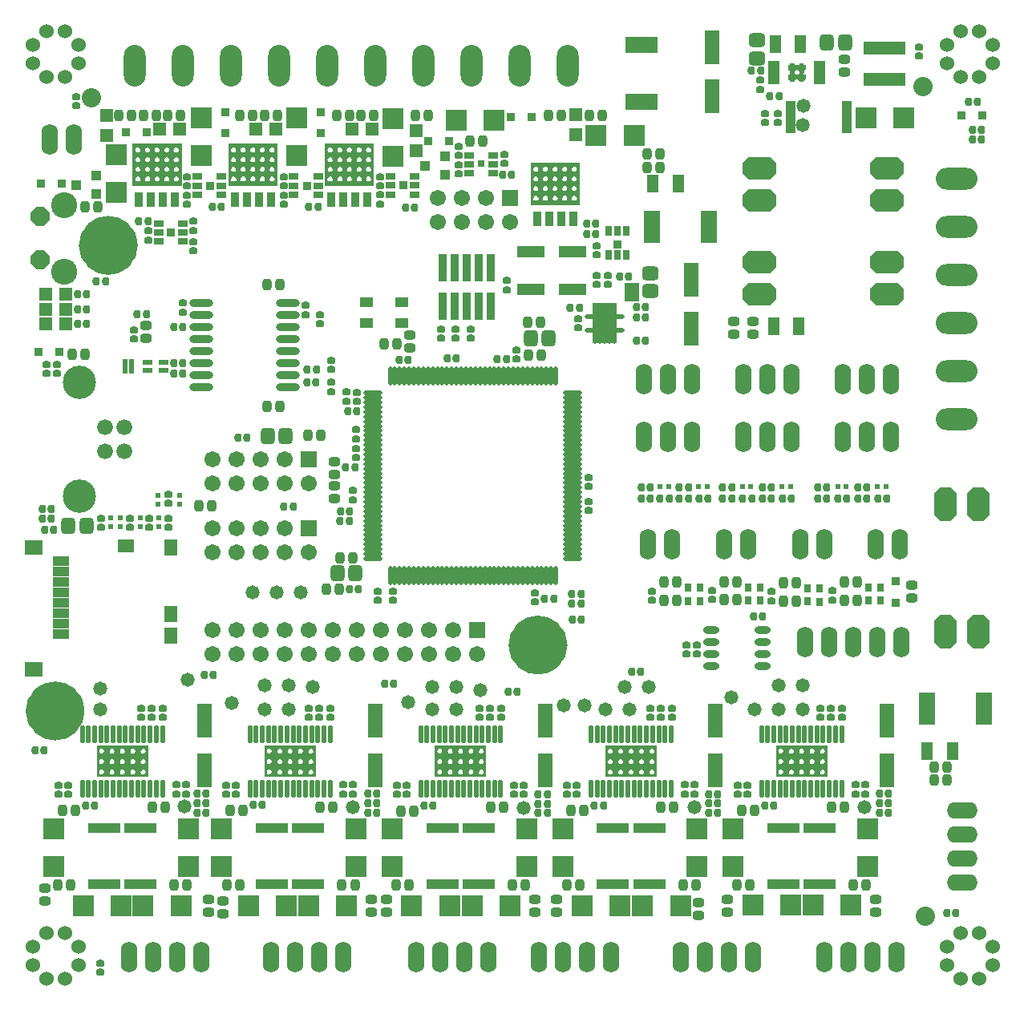
<source format=gts>
G04 Layer_Color=8388736*
%FSLAX24Y24*%
%MOIN*%
G70*
G01*
G75*
%ADD47C,0.0600*%
%ADD91C,0.0580*%
%ADD188C,0.1220*%
%ADD189R,0.1040X0.1680*%
%ADD190R,0.0330X0.0330*%
%ADD191R,0.0270X0.0270*%
%ADD192R,0.0606X0.0252*%
%ADD193R,0.0213X0.0260*%
G04:AMPARAMS|DCode=194|XSize=30mil|YSize=32mil|CornerRadius=8.4mil|HoleSize=0mil|Usage=FLASHONLY|Rotation=90.000|XOffset=0mil|YOffset=0mil|HoleType=Round|Shape=RoundedRectangle|*
%AMROUNDEDRECTD194*
21,1,0.0300,0.0152,0,0,90.0*
21,1,0.0132,0.0320,0,0,90.0*
1,1,0.0168,0.0076,0.0066*
1,1,0.0168,0.0076,-0.0066*
1,1,0.0168,-0.0076,-0.0066*
1,1,0.0168,-0.0076,0.0066*
%
%ADD194ROUNDEDRECTD194*%
G04:AMPARAMS|DCode=195|XSize=30mil|YSize=32mil|CornerRadius=8.4mil|HoleSize=0mil|Usage=FLASHONLY|Rotation=180.000|XOffset=0mil|YOffset=0mil|HoleType=Round|Shape=RoundedRectangle|*
%AMROUNDEDRECTD195*
21,1,0.0300,0.0152,0,0,180.0*
21,1,0.0132,0.0320,0,0,180.0*
1,1,0.0168,-0.0066,0.0076*
1,1,0.0168,0.0066,0.0076*
1,1,0.0168,0.0066,-0.0076*
1,1,0.0168,-0.0066,-0.0076*
%
%ADD195ROUNDEDRECTD195*%
%ADD196R,0.1379X0.0434*%
G04:AMPARAMS|DCode=197|XSize=37.1mil|YSize=47.4mil|CornerRadius=9.8mil|HoleSize=0mil|Usage=FLASHONLY|Rotation=0.000|XOffset=0mil|YOffset=0mil|HoleType=Round|Shape=RoundedRectangle|*
%AMROUNDEDRECTD197*
21,1,0.0371,0.0277,0,0,0.0*
21,1,0.0175,0.0474,0,0,0.0*
1,1,0.0197,0.0087,-0.0139*
1,1,0.0197,-0.0087,-0.0139*
1,1,0.0197,-0.0087,0.0139*
1,1,0.0197,0.0087,0.0139*
%
%ADD197ROUNDEDRECTD197*%
G04:AMPARAMS|DCode=198|XSize=80mil|YSize=80mil|CornerRadius=40mil|HoleSize=0mil|Usage=FLASHONLY|Rotation=270.000|XOffset=0mil|YOffset=0mil|HoleType=Round|Shape=RoundedRectangle|*
%AMROUNDEDRECTD198*
21,1,0.0800,0.0000,0,0,270.0*
21,1,0.0000,0.0800,0,0,270.0*
1,1,0.0800,0.0000,0.0000*
1,1,0.0800,0.0000,0.0000*
1,1,0.0800,0.0000,0.0000*
1,1,0.0800,0.0000,0.0000*
%
%ADD198ROUNDEDRECTD198*%
%ADD199R,0.0552X0.0434*%
%ADD200R,0.0415X0.0316*%
%ADD201O,0.0671X0.0316*%
%ADD202O,0.0986X0.0316*%
%ADD203R,0.0482X0.0198*%
%ADD204O,0.0198X0.0789*%
%ADD205O,0.0789X0.0198*%
G04:AMPARAMS|DCode=206|XSize=37.1mil|YSize=47.4mil|CornerRadius=9.8mil|HoleSize=0mil|Usage=FLASHONLY|Rotation=270.000|XOffset=0mil|YOffset=0mil|HoleType=Round|Shape=RoundedRectangle|*
%AMROUNDEDRECTD206*
21,1,0.0371,0.0277,0,0,270.0*
21,1,0.0175,0.0474,0,0,270.0*
1,1,0.0197,-0.0139,-0.0087*
1,1,0.0197,-0.0139,0.0087*
1,1,0.0197,0.0139,0.0087*
1,1,0.0197,0.0139,-0.0087*
%
%ADD206ROUNDEDRECTD206*%
%ADD207R,0.0434X0.1379*%
%ADD208R,0.0360X0.0640*%
%ADD209R,0.0560X0.0560*%
%ADD210R,0.1753X0.0545*%
G04:AMPARAMS|DCode=211|XSize=60mil|YSize=68mil|CornerRadius=17mil|HoleSize=0mil|Usage=FLASHONLY|Rotation=0.000|XOffset=0mil|YOffset=0mil|HoleType=Round|Shape=RoundedRectangle|*
%AMROUNDEDRECTD211*
21,1,0.0600,0.0340,0,0,0.0*
21,1,0.0260,0.0680,0,0,0.0*
1,1,0.0340,0.0130,-0.0170*
1,1,0.0340,-0.0130,-0.0170*
1,1,0.0340,-0.0130,0.0170*
1,1,0.0340,0.0130,0.0170*
%
%ADD211ROUNDEDRECTD211*%
%ADD212R,0.0375X0.1182*%
G04:AMPARAMS|DCode=213|XSize=80mil|YSize=80mil|CornerRadius=40mil|HoleSize=0mil|Usage=FLASHONLY|Rotation=0.000|XOffset=0mil|YOffset=0mil|HoleType=Round|Shape=RoundedRectangle|*
%AMROUNDEDRECTD213*
21,1,0.0800,0.0000,0,0,0.0*
21,1,0.0000,0.0800,0,0,0.0*
1,1,0.0800,0.0000,0.0000*
1,1,0.0800,0.0000,0.0000*
1,1,0.0800,0.0000,0.0000*
1,1,0.0800,0.0000,0.0000*
%
%ADD213ROUNDEDRECTD213*%
%ADD214R,0.0560X0.0560*%
%ADD215R,0.0870X0.0870*%
%ADD216R,0.0870X0.0870*%
%ADD217R,0.0320X0.0320*%
%ADD218R,0.0280X0.0360*%
%ADD219R,0.0710X0.1340*%
%ADD220R,0.1340X0.0710*%
G04:AMPARAMS|DCode=221|XSize=60mil|YSize=68mil|CornerRadius=17mil|HoleSize=0mil|Usage=FLASHONLY|Rotation=90.000|XOffset=0mil|YOffset=0mil|HoleType=Round|Shape=RoundedRectangle|*
%AMROUNDEDRECTD221*
21,1,0.0600,0.0340,0,0,90.0*
21,1,0.0260,0.0680,0,0,90.0*
1,1,0.0340,0.0170,0.0130*
1,1,0.0340,0.0170,-0.0130*
1,1,0.0340,-0.0170,-0.0130*
1,1,0.0340,-0.0170,0.0130*
%
%ADD221ROUNDEDRECTD221*%
%ADD222R,0.0513X0.0749*%
%ADD223R,0.0533X0.0671*%
%ADD224R,0.0671X0.0395*%
%ADD225R,0.0749X0.0631*%
%ADD226R,0.0671X0.0533*%
%ADD227R,0.0330X0.0330*%
%ADD228R,0.0631X0.1419*%
%ADD229R,0.0440X0.0400*%
%ADD230O,0.0218X0.0749*%
%ADD231R,0.0198X0.0237*%
%ADD232R,0.0320X0.0320*%
%ADD233R,0.0316X0.0415*%
%ADD234R,0.1182X0.0474*%
%ADD235R,0.0434X0.0237*%
%ADD236R,0.0208X0.0186*%
%ADD237R,0.0237X0.0198*%
%ADD238O,0.0190X0.0395*%
%ADD239O,0.0395X0.0190*%
%ADD240R,0.0887X0.0887*%
%ADD241R,0.0671X0.0671*%
%ADD242C,0.0671*%
%ADD243O,0.1280X0.0680*%
%ADD244O,0.1730X0.0905*%
%ADD245P,0.0844X8X292.5*%
%ADD246C,0.1080*%
%ADD247O,0.0680X0.1280*%
%ADD248C,0.0660*%
%ADD249C,0.1385*%
G04:AMPARAMS|DCode=250|XSize=141mil|YSize=91mil|CornerRadius=0mil|HoleSize=0mil|Usage=FLASHONLY|Rotation=270.000|XOffset=0mil|YOffset=0mil|HoleType=Round|Shape=Octagon|*
%AMOCTAGOND250*
4,1,8,-0.0228,-0.0705,0.0228,-0.0705,0.0455,-0.0478,0.0455,0.0478,0.0228,0.0705,-0.0228,0.0705,-0.0455,0.0478,-0.0455,-0.0478,-0.0228,-0.0705,0.0*
%
%ADD250OCTAGOND250*%

G04:AMPARAMS|DCode=251|XSize=141mil|YSize=91mil|CornerRadius=0mil|HoleSize=0mil|Usage=FLASHONLY|Rotation=180.000|XOffset=0mil|YOffset=0mil|HoleType=Round|Shape=Octagon|*
%AMOCTAGOND251*
4,1,8,-0.0705,0.0228,-0.0705,-0.0228,-0.0478,-0.0455,0.0478,-0.0455,0.0705,-0.0228,0.0705,0.0228,0.0478,0.0455,-0.0478,0.0455,-0.0705,0.0228,0.0*
%
%ADD251OCTAGOND251*%

%ADD252O,0.0905X0.1730*%
G36*
X23289Y34204D02*
Y33810D01*
Y33406D01*
Y33013D01*
Y32737D01*
X21241D01*
Y33013D01*
Y33406D01*
Y33810D01*
Y34214D01*
Y34499D01*
X23289D01*
Y34204D01*
D02*
G37*
G36*
X33576Y10022D02*
Y9806D01*
Y9589D01*
Y9373D01*
Y9156D01*
Y8940D01*
X31441D01*
Y9156D01*
Y9373D01*
Y9589D01*
Y9806D01*
Y10022D01*
Y10024D01*
Y10240D01*
X33576D01*
Y10022D01*
D02*
G37*
G36*
X10724Y35004D02*
Y34610D01*
Y34206D01*
Y33813D01*
Y33537D01*
X8676D01*
Y33813D01*
Y34206D01*
Y34610D01*
Y35014D01*
Y35299D01*
X10724D01*
Y35004D01*
D02*
G37*
G36*
X14734D02*
Y34610D01*
Y34206D01*
Y33813D01*
Y33537D01*
X12686D01*
Y33813D01*
Y34206D01*
Y34610D01*
Y35014D01*
Y35299D01*
X14734D01*
Y35004D01*
D02*
G37*
G36*
X6739D02*
Y34610D01*
Y34206D01*
Y33813D01*
Y33537D01*
X4691D01*
Y33813D01*
Y34206D01*
Y34610D01*
Y35014D01*
Y35299D01*
X6739D01*
Y35004D01*
D02*
G37*
G36*
X5342Y10022D02*
Y9806D01*
Y9589D01*
Y9373D01*
Y9156D01*
Y8940D01*
X3207D01*
Y9156D01*
Y9373D01*
Y9589D01*
Y9806D01*
Y10022D01*
Y10024D01*
Y10240D01*
X5342D01*
Y10022D01*
D02*
G37*
G36*
X32599Y38628D02*
Y38620D01*
X32603Y38597D01*
X32621Y38571D01*
X32647Y38554D01*
X32670Y38549D01*
X32677D01*
Y38343D01*
X32671D01*
X32650Y38339D01*
X32628Y38323D01*
X32612Y38301D01*
X32608Y38281D01*
Y38274D01*
Y38234D01*
X32599D01*
Y38225D01*
Y38217D01*
X32603Y38194D01*
X32621Y38168D01*
X32647Y38150D01*
X32670Y38146D01*
X32677D01*
Y37949D01*
X32670D01*
X32647Y37944D01*
X32621Y37927D01*
X32603Y37901D01*
X32599Y37878D01*
Y37870D01*
Y37851D01*
X32421D01*
Y37860D01*
X32416Y37889D01*
X32394Y37922D01*
X32361Y37943D01*
X32333Y37949D01*
X32294D01*
X32265Y37943D01*
X32232Y37922D01*
X32211Y37889D01*
X32205Y37860D01*
Y37851D01*
X32028D01*
Y37860D01*
Y37868D01*
X32023Y37891D01*
X32006Y37917D01*
X31980Y37935D01*
X31957Y37939D01*
X31949D01*
Y38146D01*
X31956D01*
X31976Y38150D01*
X31999Y38165D01*
X32014Y38188D01*
X32018Y38208D01*
Y38215D01*
Y38254D01*
X32028D01*
Y38264D01*
Y38272D01*
X32023Y38295D01*
X32006Y38321D01*
X31980Y38338D01*
X31957Y38343D01*
X31949D01*
Y38540D01*
X31957D01*
X31980Y38544D01*
X32006Y38561D01*
X32023Y38588D01*
X32028Y38611D01*
Y38618D01*
Y38638D01*
X32205D01*
Y38628D01*
X32211Y38600D01*
X32232Y38567D01*
X32265Y38545D01*
X32294Y38540D01*
X32333D01*
X32361Y38545D01*
X32394Y38567D01*
X32416Y38600D01*
X32421Y38628D01*
Y38638D01*
X32599D01*
Y38628D01*
D02*
G37*
G36*
X12311Y10022D02*
Y9806D01*
Y9589D01*
Y9373D01*
Y9156D01*
Y8940D01*
X10176D01*
Y9156D01*
Y9373D01*
Y9589D01*
Y9806D01*
Y10022D01*
Y10024D01*
Y10240D01*
X12311D01*
Y10022D01*
D02*
G37*
G36*
X26488D02*
Y9806D01*
Y9589D01*
Y9373D01*
Y9156D01*
Y8940D01*
X24353D01*
Y9156D01*
Y9373D01*
Y9589D01*
Y9806D01*
Y10022D01*
Y10024D01*
Y10240D01*
X26488D01*
Y10022D01*
D02*
G37*
G36*
X19402D02*
Y9806D01*
Y9589D01*
Y9373D01*
Y9156D01*
Y8940D01*
X17267D01*
Y9156D01*
Y9373D01*
Y9589D01*
Y9806D01*
Y10022D01*
Y10024D01*
Y10240D01*
X19402D01*
Y10022D01*
D02*
G37*
%LPC*%
G36*
X5151Y10122D02*
X5142Y10122D01*
Y10122D01*
X5123Y10122D01*
X5072Y10095D01*
X5050Y10062D01*
X5044Y10033D01*
X5044Y10022D01*
X5037D01*
X5037Y10013D01*
X5043Y9983D01*
X5065Y9949D01*
X5099Y9927D01*
X5129Y9921D01*
X5139Y9921D01*
X5160D01*
X5213Y9950D01*
X5236Y9984D01*
X5242Y10016D01*
X5242Y10027D01*
X5237Y10028D01*
X5237Y10037D01*
X5231Y10065D01*
X5210Y10096D01*
X5179Y10117D01*
X5151Y10122D01*
D02*
G37*
G36*
X31654Y9692D02*
X31644Y9692D01*
Y9692D01*
X31634D01*
X31604Y9686D01*
X31570Y9663D01*
X31547Y9629D01*
X31541Y9600D01*
Y9591D01*
X31541D01*
X31541Y9591D01*
Y9581D01*
X31547Y9552D01*
X31569Y9518D01*
X31602Y9496D01*
X31631Y9491D01*
X31641D01*
X31661Y9491D01*
X31711Y9518D01*
X31733Y9551D01*
X31739Y9583D01*
X31739Y9594D01*
X31746D01*
X31746Y9600D01*
X31740Y9630D01*
X31718Y9664D01*
X31685Y9686D01*
X31654Y9692D01*
D02*
G37*
G36*
X12120Y10122D02*
X12111Y10122D01*
Y10122D01*
X12091Y10122D01*
X12041Y10095D01*
X12019Y10062D01*
X12013Y10033D01*
X12013Y10022D01*
X12006D01*
X12005Y10013D01*
X12011Y9983D01*
X12034Y9949D01*
X12067Y9927D01*
X12098Y9921D01*
X12108Y9921D01*
X12128D01*
X12182Y9950D01*
X12205Y9984D01*
X12211Y10016D01*
X12210Y10027D01*
X12206Y10028D01*
X12206Y10037D01*
X12200Y10065D01*
X12179Y10096D01*
X12148Y10117D01*
X12120Y10122D01*
D02*
G37*
G36*
X3852Y10123D02*
X3842Y10122D01*
X3842Y10122D01*
X3832Y10122D01*
X3804Y10117D01*
X3772Y10095D01*
X3750Y10063D01*
X3744Y10033D01*
X3744Y10022D01*
X3739D01*
X3739Y10017D01*
X3745Y9986D01*
X3768Y9952D01*
X3802Y9930D01*
X3834Y9923D01*
X3844Y9924D01*
X3844D01*
X3854Y9924D01*
X3882Y9929D01*
X3915Y9951D01*
X3936Y9983D01*
X3942Y10013D01*
X3942Y10024D01*
X3942D01*
X3942Y10033D01*
X3936Y10062D01*
X3914Y10095D01*
X3882Y10117D01*
X3852Y10123D01*
D02*
G37*
G36*
X10821D02*
X10811Y10122D01*
X10811Y10122D01*
X10801Y10122D01*
X10772Y10117D01*
X10740Y10095D01*
X10719Y10063D01*
X10713Y10033D01*
X10713Y10022D01*
X10708D01*
X10708Y10017D01*
X10714Y9986D01*
X10737Y9952D01*
X10771Y9930D01*
X10802Y9923D01*
X10813Y9924D01*
X10813D01*
X10823Y9924D01*
X10851Y9929D01*
X10883Y9951D01*
X10905Y9983D01*
X10911Y10013D01*
X10910Y10024D01*
X10911D01*
X10911Y10033D01*
X10905Y10062D01*
X10883Y10095D01*
X10850Y10117D01*
X10821Y10123D01*
D02*
G37*
G36*
X33386Y10122D02*
X33376Y10122D01*
Y10122D01*
X33357Y10122D01*
X33306Y10095D01*
X33284Y10062D01*
X33279Y10033D01*
X33279Y10022D01*
X33271D01*
X33271Y10013D01*
X33277Y9983D01*
X33300Y9949D01*
X33333Y9927D01*
X33363Y9921D01*
X33374Y9921D01*
X33394D01*
X33448Y9950D01*
X33470Y9984D01*
X33477Y10016D01*
X33476Y10027D01*
X33471Y10028D01*
Y10028D01*
Y10028D01*
D01*
X33471Y10037D01*
X33466Y10065D01*
X33445Y10096D01*
X33413Y10117D01*
X33386Y10122D01*
D02*
G37*
G36*
X19211D02*
X19202Y10122D01*
Y10122D01*
X19182Y10122D01*
X19132Y10095D01*
X19110Y10062D01*
X19104Y10033D01*
X19104Y10022D01*
X19097D01*
X19097Y10013D01*
X19103Y9983D01*
X19125Y9949D01*
X19158Y9927D01*
X19189Y9921D01*
X19199Y9921D01*
X19220D01*
X19273Y9950D01*
X19296Y9984D01*
X19302Y10016D01*
X19302Y10027D01*
X19297Y10028D01*
X19297Y10037D01*
X19291Y10065D01*
X19270Y10096D01*
X19239Y10117D01*
X19211Y10122D01*
D02*
G37*
G36*
X26297D02*
X26288Y10122D01*
Y10122D01*
X26268Y10122D01*
X26218Y10095D01*
X26196Y10062D01*
X26190Y10033D01*
X26190Y10022D01*
X26183D01*
X26183Y10013D01*
X26189Y9983D01*
X26211Y9949D01*
X26244Y9927D01*
X26275Y9921D01*
X26285Y9921D01*
X26306D01*
X26359Y9950D01*
X26382Y9984D01*
X26388Y10016D01*
X26388Y10027D01*
X26383Y10028D01*
Y10028D01*
Y10028D01*
D01*
X26383Y10037D01*
X26377Y10065D01*
X26356Y10096D01*
X26325Y10117D01*
X26297Y10122D01*
D02*
G37*
G36*
X18344Y9692D02*
X18334Y9692D01*
X18334Y9692D01*
X18324Y9692D01*
X18295Y9686D01*
X18262Y9664D01*
X18240Y9631D01*
X18234Y9600D01*
X18234Y9591D01*
X18234D01*
X18234Y9591D01*
X18234Y9590D01*
X18234Y9589D01*
X18234D01*
X18234Y9580D01*
X18240Y9549D01*
X18262Y9516D01*
X18295Y9494D01*
X18324Y9488D01*
X18344D01*
X18373Y9494D01*
X18406Y9516D01*
X18428Y9549D01*
X18434Y9580D01*
X18434Y9589D01*
X18434D01*
Y9589D01*
Y9589D01*
D01*
X18434Y9590D01*
X18434Y9591D01*
X18434D01*
X18434Y9600D01*
X18428Y9631D01*
X18406Y9664D01*
X18373Y9686D01*
X18344Y9692D01*
D02*
G37*
G36*
X25430D02*
X25420Y9692D01*
X25420Y9692D01*
X25410Y9692D01*
X25381Y9686D01*
X25348Y9664D01*
X25326Y9631D01*
X25320Y9600D01*
X25320Y9591D01*
X25320D01*
X25320Y9591D01*
X25320Y9590D01*
X25320Y9589D01*
X25320D01*
X25320Y9580D01*
X25326Y9549D01*
X25348Y9516D01*
X25381Y9494D01*
X25410Y9488D01*
X25430D01*
X25459Y9494D01*
X25492Y9516D01*
X25514Y9549D01*
X25520Y9580D01*
X25520Y9589D01*
X25520D01*
Y9589D01*
Y9589D01*
D01*
X25520Y9590D01*
X25520Y9591D01*
X25520D01*
X25520Y9600D01*
X25514Y9631D01*
X25492Y9664D01*
X25459Y9686D01*
X25430Y9692D01*
D02*
G37*
G36*
X4284D02*
X4274Y9692D01*
X4274Y9692D01*
X4265Y9692D01*
X4235Y9686D01*
X4202Y9664D01*
X4180Y9631D01*
X4174Y9600D01*
X4174Y9591D01*
X4174D01*
X4174Y9591D01*
X4174Y9590D01*
X4174Y9589D01*
X4174D01*
X4174Y9580D01*
X4180Y9549D01*
X4202Y9516D01*
X4235Y9494D01*
X4265Y9488D01*
X4284D01*
X4313Y9494D01*
X4347Y9516D01*
X4369Y9549D01*
X4375Y9580D01*
X4374Y9589D01*
X4374D01*
Y9589D01*
Y9589D01*
D01*
X4374Y9590D01*
X4374Y9591D01*
X4374D01*
X4375Y9600D01*
X4369Y9631D01*
X4347Y9664D01*
X4313Y9686D01*
X4284Y9692D01*
D02*
G37*
G36*
X11253D02*
X11243Y9692D01*
X11243Y9692D01*
X11233Y9692D01*
X11204Y9686D01*
X11171Y9664D01*
X11149Y9631D01*
X11143Y9600D01*
X11143Y9591D01*
X11143D01*
X11143Y9591D01*
X11143Y9590D01*
X11143Y9589D01*
X11143D01*
X11143Y9580D01*
X11149Y9549D01*
X11171Y9516D01*
X11204Y9494D01*
X11233Y9488D01*
X11253D01*
X11282Y9494D01*
X11315Y9516D01*
X11337Y9549D01*
X11343Y9580D01*
X11343Y9589D01*
X11343D01*
Y9589D01*
Y9589D01*
D01*
X11343Y9590D01*
X11343Y9591D01*
X11343D01*
X11343Y9600D01*
X11337Y9631D01*
X11315Y9664D01*
X11282Y9686D01*
X11253Y9692D01*
D02*
G37*
G36*
X32519D02*
X32509Y9692D01*
X32509Y9692D01*
X32499Y9692D01*
X32470Y9686D01*
X32437Y9664D01*
X32415Y9631D01*
X32409Y9600D01*
X32409Y9591D01*
X32409D01*
X32409Y9591D01*
X32409Y9590D01*
X32409Y9589D01*
X32409D01*
X32409Y9580D01*
X32415Y9549D01*
X32437Y9516D01*
X32470Y9494D01*
X32499Y9488D01*
X32519D01*
X32548Y9494D01*
X32581Y9516D01*
X32603Y9549D01*
X32609Y9580D01*
X32609Y9589D01*
X32609D01*
Y9589D01*
Y9589D01*
D01*
X32609Y9590D01*
X32609Y9591D01*
X32609D01*
X32609Y9600D01*
X32603Y9631D01*
X32581Y9664D01*
X32548Y9686D01*
X32519Y9692D01*
D02*
G37*
G36*
X17479Y9692D02*
X17469Y9692D01*
Y9692D01*
X17459D01*
X17429Y9686D01*
X17395Y9663D01*
X17373Y9629D01*
X17367Y9600D01*
Y9591D01*
X17367D01*
X17367Y9591D01*
Y9581D01*
X17373Y9552D01*
X17395Y9518D01*
X17428Y9496D01*
X17457Y9491D01*
X17467D01*
X17486Y9491D01*
X17537Y9518D01*
X17558Y9551D01*
X17565Y9583D01*
X17564Y9594D01*
X17572D01*
X17572Y9600D01*
X17566Y9630D01*
X17543Y9664D01*
X17510Y9686D01*
X17479Y9692D01*
D02*
G37*
G36*
X24565D02*
X24555Y9692D01*
Y9692D01*
X24545D01*
X24515Y9686D01*
X24481Y9663D01*
X24459Y9629D01*
X24453Y9600D01*
Y9591D01*
X24453D01*
X24453Y9591D01*
Y9581D01*
X24459Y9552D01*
X24481Y9518D01*
X24514Y9496D01*
X24543Y9491D01*
X24553D01*
X24572Y9491D01*
X24623Y9518D01*
X24644Y9551D01*
X24651Y9583D01*
X24650Y9594D01*
X24658D01*
X24658Y9600D01*
X24652Y9630D01*
X24629Y9664D01*
X24596Y9686D01*
X24565Y9692D01*
D02*
G37*
G36*
X3420D02*
X3409Y9692D01*
Y9692D01*
X3399D01*
X3369Y9686D01*
X3336Y9663D01*
X3313Y9629D01*
X3307Y9600D01*
Y9591D01*
X3307D01*
X3307Y9591D01*
Y9581D01*
X3313Y9552D01*
X3335Y9518D01*
X3368Y9496D01*
X3397Y9491D01*
X3407D01*
X3426Y9491D01*
X3477Y9518D01*
X3499Y9551D01*
X3505Y9583D01*
X3504Y9594D01*
X3512D01*
X3512Y9600D01*
X3506Y9630D01*
X3484Y9664D01*
X3450Y9686D01*
X3420Y9692D01*
D02*
G37*
G36*
X10388D02*
X10378Y9692D01*
Y9692D01*
X10368D01*
X10338Y9686D01*
X10304Y9663D01*
X10281Y9629D01*
X10276Y9600D01*
Y9591D01*
X10276D01*
X10276Y9591D01*
Y9581D01*
X10281Y9552D01*
X10303Y9518D01*
X10337Y9496D01*
X10366Y9491D01*
X10376D01*
X10395Y9491D01*
X10445Y9518D01*
X10467Y9551D01*
X10473Y9583D01*
X10473Y9594D01*
X10481D01*
X10481Y9600D01*
X10475Y9630D01*
X10452Y9664D01*
X10419Y9686D01*
X10388Y9692D01*
D02*
G37*
G36*
X17912Y10123D02*
X17902Y10122D01*
X17902Y10122D01*
X17892Y10122D01*
X17864Y10117D01*
X17831Y10095D01*
X17810Y10063D01*
X17804Y10033D01*
X17804Y10022D01*
X17799D01*
X17799Y10017D01*
X17805Y9986D01*
X17828Y9952D01*
X17862Y9930D01*
X17893Y9923D01*
X17904Y9924D01*
X17904D01*
X17914Y9924D01*
X17942Y9929D01*
X17974Y9951D01*
X17996Y9983D01*
X18002Y10013D01*
X18002Y10024D01*
X18002D01*
X18002Y10033D01*
X17996Y10062D01*
X17974Y10095D01*
X17941Y10117D01*
X17912Y10123D01*
D02*
G37*
G36*
X32519Y10125D02*
X32509Y10125D01*
X32509Y10125D01*
X32499Y10125D01*
X32470Y10119D01*
X32437Y10097D01*
X32415Y10064D01*
X32409Y10033D01*
X32409Y10024D01*
X32409D01*
X32409Y10024D01*
X32409Y10023D01*
X32409Y10022D01*
X32409D01*
X32409Y10013D01*
X32415Y9982D01*
X32437Y9949D01*
X32470Y9927D01*
X32499Y9921D01*
X32519D01*
X32548Y9927D01*
X32581Y9949D01*
X32603Y9982D01*
X32609Y10013D01*
X32609Y10022D01*
X32609D01*
Y10022D01*
Y10022D01*
D01*
X32609Y10023D01*
X32609Y10024D01*
X32609D01*
X32609Y10033D01*
X32603Y10064D01*
X32581Y10097D01*
X32548Y10119D01*
X32519Y10125D01*
D02*
G37*
G36*
X3420Y10125D02*
X3409Y10125D01*
Y10125D01*
X3399D01*
X3369Y10119D01*
X3336Y10096D01*
X3313Y10062D01*
X3307Y10033D01*
Y10027D01*
X3307Y10028D01*
X3307D01*
X3307Y10017D01*
X3313Y9986D01*
X3335Y9952D01*
X3387Y9924D01*
X3407Y9924D01*
X3407Y9924D01*
X3426Y9924D01*
X3477Y9951D01*
X3499Y9984D01*
X3505Y10016D01*
X3504Y10028D01*
X3512D01*
X3512Y10033D01*
X3506Y10063D01*
X3484Y10097D01*
X3450Y10119D01*
X3420Y10125D01*
D02*
G37*
G36*
X18344Y10125D02*
X18334Y10125D01*
X18334Y10125D01*
X18324Y10125D01*
X18295Y10119D01*
X18262Y10097D01*
X18240Y10064D01*
X18234Y10033D01*
X18234Y10024D01*
X18234D01*
X18234Y10024D01*
X18234Y10023D01*
X18234Y10022D01*
X18234D01*
X18234Y10013D01*
X18240Y9982D01*
X18262Y9949D01*
X18295Y9927D01*
X18324Y9921D01*
X18344D01*
X18373Y9927D01*
X18406Y9949D01*
X18428Y9982D01*
X18434Y10013D01*
X18434Y10022D01*
X18434D01*
Y10022D01*
Y10022D01*
D01*
X18434Y10023D01*
X18434Y10024D01*
X18434D01*
X18434Y10033D01*
X18428Y10064D01*
X18406Y10097D01*
X18373Y10119D01*
X18344Y10125D01*
D02*
G37*
G36*
X25430D02*
X25420Y10125D01*
X25420Y10125D01*
X25410Y10125D01*
X25381Y10119D01*
X25348Y10097D01*
X25326Y10064D01*
X25320Y10033D01*
X25320Y10024D01*
X25320D01*
X25320Y10024D01*
X25320Y10023D01*
X25320Y10022D01*
X25320D01*
X25320Y10013D01*
X25326Y9982D01*
X25348Y9949D01*
X25381Y9927D01*
X25410Y9921D01*
X25430D01*
X25459Y9927D01*
X25492Y9949D01*
X25514Y9982D01*
X25520Y10013D01*
X25520Y10022D01*
X25520D01*
Y10022D01*
Y10022D01*
D01*
X25520Y10023D01*
X25520Y10024D01*
X25520D01*
X25520Y10033D01*
X25514Y10064D01*
X25492Y10097D01*
X25459Y10119D01*
X25430Y10125D01*
D02*
G37*
G36*
X24565Y10125D02*
X24555Y10125D01*
Y10125D01*
X24545D01*
X24515Y10119D01*
X24481Y10096D01*
X24459Y10062D01*
X24453Y10033D01*
Y10027D01*
X24453Y10028D01*
X24453D01*
X24453Y10017D01*
X24459Y9986D01*
X24481Y9952D01*
X24533Y9924D01*
X24553Y9924D01*
X24553Y9924D01*
X24572Y9924D01*
X24623Y9951D01*
X24644Y9984D01*
X24651Y10016D01*
X24650Y10028D01*
X24658D01*
X24658Y10033D01*
X24652Y10063D01*
X24629Y10097D01*
X24596Y10119D01*
X24565Y10125D01*
D02*
G37*
G36*
X31654D02*
X31644Y10125D01*
Y10125D01*
X31634D01*
X31604Y10119D01*
X31570Y10096D01*
X31547Y10062D01*
X31541Y10033D01*
Y10027D01*
X31541Y10028D01*
X31541D01*
X31541Y10017D01*
X31547Y9986D01*
X31570Y9952D01*
X31622Y9924D01*
X31641Y9924D01*
X31641Y9924D01*
X31661Y9924D01*
X31711Y9951D01*
X31733Y9984D01*
X31739Y10016D01*
X31739Y10028D01*
X31746D01*
X31746Y10033D01*
X31740Y10063D01*
X31718Y10097D01*
X31685Y10119D01*
X31654Y10125D01*
D02*
G37*
G36*
X10388D02*
X10378Y10125D01*
Y10125D01*
X10368D01*
X10338Y10119D01*
X10304Y10096D01*
X10281Y10062D01*
X10276Y10033D01*
Y10027D01*
X10276Y10028D01*
X10276D01*
X10275Y10017D01*
X10282Y9986D01*
X10304Y9952D01*
X10356Y9924D01*
X10376Y9924D01*
X10376Y9924D01*
X10395Y9924D01*
X10445Y9951D01*
X10467Y9984D01*
X10473Y10016D01*
X10473Y10028D01*
X10481D01*
X10481Y10033D01*
X10475Y10063D01*
X10452Y10097D01*
X10419Y10119D01*
X10388Y10125D01*
D02*
G37*
G36*
X17479D02*
X17469Y10125D01*
Y10125D01*
X17459D01*
X17429Y10119D01*
X17395Y10096D01*
X17373Y10062D01*
X17367Y10033D01*
Y10027D01*
X17367Y10028D01*
X17367D01*
X17367Y10017D01*
X17373Y9986D01*
X17395Y9952D01*
X17447Y9924D01*
X17467Y9924D01*
X17467Y9924D01*
X17486Y9924D01*
X17537Y9951D01*
X17558Y9984D01*
X17565Y10016D01*
X17564Y10028D01*
X17572D01*
X17572Y10033D01*
X17566Y10063D01*
X17543Y10097D01*
X17510Y10119D01*
X17479Y10125D01*
D02*
G37*
G36*
X11253Y10125D02*
X11243Y10125D01*
X11243Y10125D01*
X11233Y10125D01*
X11204Y10119D01*
X11171Y10097D01*
X11149Y10064D01*
X11143Y10033D01*
X11143Y10024D01*
X11143D01*
X11143Y10024D01*
X11143Y10023D01*
X11143Y10022D01*
X11143D01*
X11143Y10013D01*
X11149Y9982D01*
X11171Y9949D01*
X11204Y9927D01*
X11233Y9921D01*
X11253D01*
X11282Y9927D01*
X11315Y9949D01*
X11337Y9982D01*
X11343Y10013D01*
X11343Y10022D01*
X11343D01*
Y10022D01*
Y10022D01*
D01*
X11343Y10023D01*
X11343Y10024D01*
X11343D01*
X11343Y10033D01*
X11337Y10064D01*
X11315Y10097D01*
X11282Y10119D01*
X11253Y10125D01*
D02*
G37*
G36*
X4715Y10123D02*
X4704Y10122D01*
X4704Y10122D01*
X4695Y10122D01*
X4666Y10117D01*
X4634Y10095D01*
X4613Y10063D01*
X4607Y10033D01*
X4607Y10024D01*
X4607D01*
X4607Y10024D01*
X4607Y10023D01*
X4607Y10022D01*
X4607D01*
X4607Y10014D01*
X4613Y9984D01*
X4634Y9951D01*
X4667Y9929D01*
X4697Y9924D01*
X4707Y9924D01*
X4707D01*
X4717Y9924D01*
X4745Y9929D01*
X4777Y9951D01*
X4799Y9983D01*
X4805Y10013D01*
X4804Y10024D01*
X4809D01*
X4809Y10042D01*
X4781Y10094D01*
X4747Y10117D01*
X4715Y10123D01*
D02*
G37*
G36*
X11684D02*
X11673Y10122D01*
X11673Y10122D01*
X11663Y10122D01*
X11635Y10117D01*
X11603Y10095D01*
X11581Y10063D01*
X11575Y10033D01*
X11576Y10024D01*
X11576D01*
X11576Y10024D01*
X11576Y10023D01*
X11576Y10022D01*
X11576D01*
X11575Y10014D01*
X11581Y9984D01*
X11603Y9951D01*
X11636Y9929D01*
X11665Y9924D01*
X11676Y9924D01*
X11676D01*
X11685Y9924D01*
X11714Y9929D01*
X11746Y9951D01*
X11767Y9983D01*
X11773Y10013D01*
X11773Y10024D01*
X11778D01*
X11778Y10042D01*
X11749Y10094D01*
X11716Y10117D01*
X11684Y10123D01*
D02*
G37*
G36*
X24998Y10123D02*
X24988Y10122D01*
X24988Y10122D01*
X24978Y10122D01*
X24950Y10117D01*
X24917Y10095D01*
X24896Y10063D01*
X24890Y10033D01*
X24890Y10022D01*
X24885D01*
X24885Y10017D01*
X24891Y9986D01*
X24914Y9952D01*
X24948Y9930D01*
X24979Y9923D01*
X24990Y9924D01*
X24990D01*
X25000Y9924D01*
X25028Y9929D01*
X25060Y9951D01*
X25082Y9983D01*
X25088Y10013D01*
X25088Y10024D01*
X25088D01*
X25088Y10033D01*
X25082Y10062D01*
X25060Y10095D01*
X25027Y10117D01*
X24998Y10123D01*
D02*
G37*
G36*
X32086D02*
X32076Y10122D01*
X32076Y10122D01*
X32067Y10122D01*
X32038Y10117D01*
X32006Y10095D01*
X31984Y10063D01*
X31979Y10033D01*
X31979Y10022D01*
X31974D01*
X31974Y10017D01*
X31980Y9986D01*
X32002Y9952D01*
X32036Y9930D01*
X32068Y9923D01*
X32079Y9924D01*
X32079D01*
X32088Y9924D01*
X32117Y9929D01*
X32149Y9951D01*
X32171Y9983D01*
X32177Y10013D01*
X32176Y10024D01*
X32176D01*
X32176Y10033D01*
X32171Y10062D01*
X32149Y10095D01*
X32116Y10117D01*
X32086Y10123D01*
D02*
G37*
G36*
X32950Y10123D02*
X32939Y10122D01*
X32939Y10122D01*
X32929Y10122D01*
X32901Y10117D01*
X32868Y10095D01*
X32847Y10063D01*
X32841Y10033D01*
X32841Y10024D01*
X32841D01*
X32841Y10024D01*
X32841Y10023D01*
X32841Y10022D01*
X32841D01*
X32841Y10014D01*
X32847Y9984D01*
X32869Y9951D01*
X32902Y9929D01*
X32931Y9924D01*
X32941Y9924D01*
X32941D01*
X32951Y9924D01*
X32979Y9929D01*
X33012Y9951D01*
X33033Y9983D01*
X33039Y10013D01*
X33039Y10024D01*
X33044D01*
X33043Y10042D01*
X33015Y10094D01*
X32981Y10117D01*
X32950Y10123D01*
D02*
G37*
G36*
X4284Y10125D02*
X4274Y10125D01*
X4274Y10125D01*
X4265Y10125D01*
X4235Y10119D01*
X4202Y10097D01*
X4180Y10064D01*
X4174Y10033D01*
X4174Y10024D01*
X4174D01*
X4174Y10024D01*
X4174Y10023D01*
X4174Y10022D01*
X4174D01*
X4174Y10013D01*
X4180Y9982D01*
X4202Y9949D01*
X4235Y9927D01*
X4265Y9921D01*
X4284D01*
X4313Y9927D01*
X4347Y9949D01*
X4369Y9982D01*
X4375Y10013D01*
X4374Y10022D01*
X4374D01*
Y10022D01*
Y10022D01*
D01*
X4374Y10023D01*
X4374Y10024D01*
X4374D01*
X4375Y10033D01*
X4369Y10064D01*
X4347Y10097D01*
X4313Y10119D01*
X4284Y10125D01*
D02*
G37*
G36*
X18775Y10123D02*
X18764Y10122D01*
X18764Y10122D01*
X18755Y10122D01*
X18726Y10117D01*
X18694Y10095D01*
X18672Y10063D01*
X18666Y10033D01*
X18667Y10024D01*
X18667D01*
X18667Y10024D01*
X18667Y10023D01*
X18667Y10022D01*
X18667D01*
X18667Y10014D01*
X18672Y9984D01*
X18694Y9951D01*
X18727Y9929D01*
X18757Y9924D01*
X18767Y9924D01*
X18767D01*
X18776Y9924D01*
X18805Y9929D01*
X18837Y9951D01*
X18859Y9983D01*
X18864Y10013D01*
X18864Y10024D01*
X18869D01*
X18869Y10042D01*
X18841Y10094D01*
X18807Y10117D01*
X18775Y10123D01*
D02*
G37*
G36*
X25861D02*
X25850Y10122D01*
X25850Y10122D01*
X25841Y10122D01*
X25812Y10117D01*
X25780Y10095D01*
X25758Y10063D01*
X25752Y10033D01*
X25753Y10024D01*
X25753D01*
X25753Y10024D01*
X25753Y10023D01*
X25753Y10022D01*
X25753D01*
X25753Y10014D01*
X25758Y9984D01*
X25780Y9951D01*
X25813Y9929D01*
X25843Y9924D01*
X25853Y9924D01*
X25853D01*
X25862Y9924D01*
X25891Y9929D01*
X25923Y9951D01*
X25945Y9983D01*
X25950Y10013D01*
X25950Y10024D01*
X25955D01*
X25955Y10042D01*
X25927Y10094D01*
X25893Y10117D01*
X25861Y10123D01*
D02*
G37*
G36*
X32950Y9690D02*
X32939Y9689D01*
X32939Y9689D01*
X32929Y9689D01*
X32901Y9684D01*
X32868Y9662D01*
X32847Y9630D01*
X32841Y9600D01*
X32841Y9591D01*
X32841D01*
X32841Y9591D01*
X32841Y9590D01*
X32841Y9589D01*
X32841D01*
X32841Y9581D01*
X32847Y9551D01*
X32869Y9518D01*
X32902Y9496D01*
X32931Y9490D01*
X32941Y9491D01*
X32941D01*
X32951Y9491D01*
X32979Y9496D01*
X33012Y9518D01*
X33033Y9550D01*
X33039Y9580D01*
X33039Y9591D01*
X33044D01*
X33043Y9609D01*
X33015Y9661D01*
X32981Y9684D01*
X32950Y9690D01*
D02*
G37*
G36*
X18775Y9257D02*
X18764Y9256D01*
X18764Y9256D01*
X18755Y9256D01*
X18726Y9251D01*
X18694Y9229D01*
X18672Y9197D01*
X18666Y9167D01*
X18667Y9158D01*
X18667D01*
X18667Y9158D01*
X18667Y9157D01*
X18667Y9156D01*
X18667D01*
X18667Y9147D01*
X18672Y9118D01*
X18694Y9085D01*
X18727Y9063D01*
X18757Y9057D01*
X18767Y9057D01*
X18767D01*
X18776Y9057D01*
X18805Y9063D01*
X18837Y9085D01*
X18859Y9117D01*
X18864Y9147D01*
X18864Y9158D01*
X18869D01*
X18869Y9176D01*
X18841Y9228D01*
X18807Y9250D01*
X18775Y9257D01*
D02*
G37*
G36*
X25861D02*
X25850Y9256D01*
X25850Y9256D01*
X25841Y9256D01*
X25812Y9251D01*
X25780Y9229D01*
X25758Y9197D01*
X25752Y9167D01*
X25753Y9158D01*
X25753D01*
X25753Y9158D01*
X25753Y9157D01*
X25753Y9156D01*
X25753D01*
X25753Y9147D01*
X25758Y9118D01*
X25780Y9085D01*
X25813Y9063D01*
X25843Y9057D01*
X25853Y9057D01*
X25853D01*
X25862Y9057D01*
X25891Y9063D01*
X25923Y9085D01*
X25945Y9117D01*
X25950Y9147D01*
X25950Y9158D01*
X25955D01*
X25955Y9176D01*
X25927Y9228D01*
X25893Y9250D01*
X25861Y9257D01*
D02*
G37*
G36*
X4715D02*
X4704Y9256D01*
X4704Y9256D01*
X4695Y9256D01*
X4666Y9251D01*
X4634Y9229D01*
X4613Y9197D01*
X4607Y9167D01*
X4607Y9158D01*
X4607D01*
X4607Y9158D01*
X4607Y9157D01*
X4607Y9156D01*
X4607D01*
X4607Y9147D01*
X4613Y9118D01*
X4634Y9085D01*
X4667Y9063D01*
X4697Y9057D01*
X4707Y9057D01*
X4707D01*
X4717Y9057D01*
X4745Y9063D01*
X4777Y9085D01*
X4799Y9117D01*
X4805Y9147D01*
X4804Y9158D01*
X4809D01*
X4809Y9176D01*
X4781Y9228D01*
X4747Y9250D01*
X4715Y9257D01*
D02*
G37*
G36*
X11684D02*
X11673Y9256D01*
X11673Y9256D01*
X11663Y9256D01*
X11635Y9251D01*
X11603Y9229D01*
X11581Y9197D01*
X11575Y9167D01*
X11576Y9158D01*
X11576D01*
X11576Y9158D01*
X11576Y9157D01*
X11576Y9156D01*
X11576D01*
X11575Y9147D01*
X11581Y9118D01*
X11603Y9085D01*
X11636Y9063D01*
X11665Y9057D01*
X11676Y9057D01*
X11676D01*
X11685Y9057D01*
X11714Y9063D01*
X11746Y9085D01*
X11767Y9117D01*
X11773Y9147D01*
X11773Y9158D01*
X11778D01*
X11778Y9176D01*
X11749Y9228D01*
X11716Y9250D01*
X11684Y9257D01*
D02*
G37*
G36*
X32950D02*
X32939Y9256D01*
X32939Y9256D01*
X32929Y9256D01*
X32901Y9251D01*
X32868Y9229D01*
X32847Y9197D01*
X32841Y9167D01*
X32841Y9158D01*
X32841D01*
X32841Y9158D01*
X32841Y9157D01*
X32841Y9156D01*
X32841D01*
X32841Y9147D01*
X32847Y9118D01*
X32869Y9085D01*
X32902Y9063D01*
X32931Y9057D01*
X32941Y9057D01*
X32941D01*
X32951Y9057D01*
X32979Y9063D01*
X33012Y9085D01*
X33033Y9117D01*
X33039Y9147D01*
X33039Y9158D01*
X33044D01*
X33043Y9176D01*
X33015Y9228D01*
X32981Y9250D01*
X32950Y9257D01*
D02*
G37*
G36*
X18344Y9259D02*
X18334Y9259D01*
X18334Y9259D01*
X18324Y9259D01*
X18295Y9253D01*
X18262Y9231D01*
X18240Y9198D01*
X18234Y9167D01*
X18234Y9158D01*
X18234D01*
X18234Y9158D01*
X18234Y9157D01*
X18234Y9156D01*
X18234D01*
X18234Y9147D01*
X18240Y9116D01*
X18262Y9083D01*
X18295Y9061D01*
X18324Y9055D01*
X18344D01*
X18373Y9061D01*
X18406Y9083D01*
X18428Y9116D01*
X18434Y9147D01*
X18434Y9156D01*
X18434D01*
Y9156D01*
Y9156D01*
D01*
X18434Y9157D01*
X18434Y9158D01*
X18434D01*
X18434Y9167D01*
X18428Y9198D01*
X18406Y9231D01*
X18373Y9253D01*
X18344Y9259D01*
D02*
G37*
G36*
X25430D02*
X25420Y9259D01*
X25420Y9259D01*
X25410Y9259D01*
X25381Y9253D01*
X25348Y9231D01*
X25326Y9198D01*
X25320Y9167D01*
X25320Y9158D01*
X25320D01*
X25320Y9158D01*
X25320Y9157D01*
X25320Y9156D01*
X25320D01*
X25320Y9147D01*
X25326Y9116D01*
X25348Y9083D01*
X25381Y9061D01*
X25410Y9055D01*
X25430D01*
X25459Y9061D01*
X25492Y9083D01*
X25514Y9116D01*
X25520Y9147D01*
X25520Y9156D01*
X25520D01*
Y9156D01*
Y9156D01*
D01*
X25520Y9157D01*
X25520Y9158D01*
X25520D01*
X25520Y9167D01*
X25514Y9198D01*
X25492Y9231D01*
X25459Y9253D01*
X25430Y9259D01*
D02*
G37*
G36*
X4284D02*
X4274Y9259D01*
X4274Y9259D01*
X4265Y9259D01*
X4235Y9253D01*
X4202Y9231D01*
X4180Y9198D01*
X4174Y9167D01*
X4174Y9158D01*
X4174D01*
X4174Y9158D01*
X4174Y9157D01*
X4174Y9156D01*
X4174D01*
X4174Y9147D01*
X4180Y9116D01*
X4202Y9083D01*
X4235Y9061D01*
X4265Y9055D01*
X4284D01*
X4313Y9061D01*
X4347Y9083D01*
X4369Y9116D01*
X4375Y9147D01*
X4374Y9156D01*
X4374D01*
Y9156D01*
Y9156D01*
D01*
X4374Y9157D01*
X4374Y9158D01*
X4374D01*
X4375Y9167D01*
X4369Y9198D01*
X4347Y9231D01*
X4313Y9253D01*
X4284Y9259D01*
D02*
G37*
G36*
X11253D02*
X11243Y9259D01*
X11243Y9259D01*
X11233Y9259D01*
X11204Y9253D01*
X11171Y9231D01*
X11149Y9198D01*
X11143Y9167D01*
X11143Y9158D01*
X11143D01*
X11143Y9158D01*
X11143Y9157D01*
X11143Y9156D01*
X11143D01*
X11143Y9147D01*
X11149Y9116D01*
X11171Y9083D01*
X11204Y9061D01*
X11233Y9055D01*
X11253D01*
X11282Y9061D01*
X11315Y9083D01*
X11337Y9116D01*
X11343Y9147D01*
X11343Y9156D01*
X11343D01*
Y9156D01*
Y9156D01*
D01*
X11343Y9157D01*
X11343Y9158D01*
X11343D01*
X11343Y9167D01*
X11337Y9198D01*
X11315Y9231D01*
X11282Y9253D01*
X11253Y9259D01*
D02*
G37*
G36*
X32086Y9256D02*
X32076Y9256D01*
X32076Y9256D01*
X32067Y9256D01*
X32038Y9251D01*
X32006Y9229D01*
X31984Y9197D01*
X31979Y9167D01*
X31979Y9156D01*
X31974D01*
X31974Y9151D01*
X31980Y9120D01*
X32002Y9086D01*
X32036Y9063D01*
X32068Y9057D01*
X32079Y9057D01*
X32079D01*
X32088Y9057D01*
X32117Y9063D01*
X32149Y9085D01*
X32171Y9117D01*
X32177Y9147D01*
X32176Y9158D01*
X32176D01*
X32176Y9166D01*
X32171Y9196D01*
X32149Y9229D01*
X32116Y9251D01*
X32086Y9256D01*
D02*
G37*
G36*
X19211Y9256D02*
X19202Y9256D01*
Y9256D01*
X19182Y9256D01*
X19132Y9229D01*
X19110Y9196D01*
X19104Y9166D01*
X19104Y9156D01*
X19097D01*
X19097Y9147D01*
X19103Y9117D01*
X19125Y9083D01*
X19158Y9061D01*
X19189Y9055D01*
X19199Y9055D01*
X19220D01*
X19273Y9084D01*
X19296Y9118D01*
X19302Y9150D01*
X19302Y9161D01*
X19297Y9161D01*
X19297Y9171D01*
X19291Y9198D01*
X19270Y9230D01*
X19239Y9251D01*
X19211Y9256D01*
D02*
G37*
G36*
X26297D02*
X26288Y9256D01*
Y9256D01*
X26268Y9256D01*
X26218Y9229D01*
X26196Y9196D01*
X26190Y9166D01*
X26190Y9156D01*
X26183D01*
X26183Y9147D01*
X26189Y9117D01*
X26211Y9083D01*
X26244Y9061D01*
X26275Y9055D01*
X26285Y9055D01*
X26306D01*
X26359Y9084D01*
X26382Y9118D01*
X26388Y9150D01*
X26388Y9161D01*
X26383Y9161D01*
Y9161D01*
Y9161D01*
D01*
X26383Y9171D01*
X26377Y9198D01*
X26356Y9230D01*
X26325Y9251D01*
X26297Y9256D01*
D02*
G37*
G36*
X5151D02*
X5142Y9256D01*
Y9256D01*
X5123Y9256D01*
X5072Y9229D01*
X5050Y9196D01*
X5044Y9166D01*
X5044Y9156D01*
X5037D01*
X5037Y9147D01*
X5043Y9117D01*
X5065Y9083D01*
X5099Y9061D01*
X5129Y9055D01*
X5139Y9055D01*
X5160D01*
X5213Y9084D01*
X5236Y9118D01*
X5242Y9150D01*
X5242Y9161D01*
X5237Y9161D01*
X5237Y9171D01*
X5231Y9198D01*
X5210Y9230D01*
X5179Y9251D01*
X5151Y9256D01*
D02*
G37*
G36*
X12120D02*
X12111Y9256D01*
Y9256D01*
X12091Y9256D01*
X12041Y9229D01*
X12019Y9196D01*
X12013Y9166D01*
X12013Y9156D01*
X12006D01*
X12005Y9147D01*
X12011Y9117D01*
X12034Y9083D01*
X12067Y9061D01*
X12098Y9055D01*
X12108Y9055D01*
X12128D01*
X12182Y9084D01*
X12205Y9118D01*
X12211Y9150D01*
X12210Y9161D01*
X12206Y9161D01*
X12206Y9171D01*
X12200Y9198D01*
X12179Y9230D01*
X12148Y9251D01*
X12120Y9256D01*
D02*
G37*
G36*
X33386D02*
X33376Y9256D01*
Y9256D01*
X33357Y9256D01*
X33306Y9229D01*
X33284Y9196D01*
X33279Y9166D01*
X33279Y9156D01*
X33271D01*
X33271Y9147D01*
X33277Y9117D01*
X33300Y9083D01*
X33333Y9061D01*
X33363Y9055D01*
X33374Y9055D01*
X33394D01*
X33448Y9084D01*
X33470Y9118D01*
X33477Y9150D01*
X33476Y9161D01*
X33471Y9161D01*
Y9161D01*
Y9161D01*
D01*
X33471Y9171D01*
X33466Y9198D01*
X33445Y9230D01*
X33413Y9251D01*
X33386Y9256D01*
D02*
G37*
G36*
X17912Y9256D02*
X17902Y9256D01*
X17902Y9256D01*
X17892Y9256D01*
X17864Y9251D01*
X17831Y9229D01*
X17810Y9197D01*
X17804Y9167D01*
X17804Y9156D01*
X17799D01*
X17799Y9151D01*
X17805Y9120D01*
X17828Y9086D01*
X17862Y9063D01*
X17893Y9057D01*
X17904Y9057D01*
X17904D01*
X17914Y9057D01*
X17942Y9063D01*
X17974Y9085D01*
X17996Y9117D01*
X18002Y9147D01*
X18002Y9158D01*
X18002D01*
X18002Y9166D01*
X17996Y9196D01*
X17974Y9229D01*
X17941Y9251D01*
X17912Y9256D01*
D02*
G37*
G36*
X24998D02*
X24988Y9256D01*
X24988Y9256D01*
X24978Y9256D01*
X24950Y9251D01*
X24917Y9229D01*
X24896Y9197D01*
X24890Y9167D01*
X24890Y9156D01*
X24885D01*
X24885Y9151D01*
X24891Y9120D01*
X24914Y9086D01*
X24948Y9063D01*
X24979Y9057D01*
X24990Y9057D01*
X24990D01*
X25000Y9057D01*
X25028Y9063D01*
X25060Y9085D01*
X25082Y9117D01*
X25088Y9147D01*
X25088Y9158D01*
X25088D01*
X25088Y9166D01*
X25082Y9196D01*
X25060Y9229D01*
X25027Y9251D01*
X24998Y9256D01*
D02*
G37*
G36*
X3852D02*
X3842Y9256D01*
X3842Y9256D01*
X3832Y9256D01*
X3804Y9251D01*
X3772Y9229D01*
X3750Y9197D01*
X3744Y9167D01*
X3744Y9156D01*
X3739D01*
X3739Y9151D01*
X3745Y9120D01*
X3768Y9086D01*
X3802Y9063D01*
X3834Y9057D01*
X3844Y9057D01*
X3844D01*
X3854Y9057D01*
X3882Y9063D01*
X3915Y9085D01*
X3936Y9117D01*
X3942Y9147D01*
X3942Y9158D01*
X3942D01*
X3942Y9166D01*
X3936Y9196D01*
X3914Y9229D01*
X3882Y9251D01*
X3852Y9256D01*
D02*
G37*
G36*
X10821D02*
X10811Y9256D01*
X10811Y9256D01*
X10801Y9256D01*
X10772Y9251D01*
X10740Y9229D01*
X10719Y9197D01*
X10713Y9167D01*
X10713Y9156D01*
X10708D01*
X10708Y9151D01*
X10714Y9120D01*
X10737Y9086D01*
X10771Y9063D01*
X10802Y9057D01*
X10813Y9057D01*
X10813D01*
X10823Y9057D01*
X10851Y9063D01*
X10883Y9085D01*
X10905Y9117D01*
X10911Y9147D01*
X10910Y9158D01*
X10911D01*
X10911Y9166D01*
X10905Y9196D01*
X10883Y9229D01*
X10850Y9251D01*
X10821Y9256D01*
D02*
G37*
G36*
X32519Y9259D02*
X32509Y9259D01*
X32509Y9259D01*
X32499Y9259D01*
X32470Y9253D01*
X32437Y9231D01*
X32415Y9198D01*
X32409Y9167D01*
X32409Y9158D01*
X32409D01*
X32409Y9158D01*
X32409Y9157D01*
X32409Y9156D01*
X32409D01*
X32409Y9147D01*
X32415Y9116D01*
X32437Y9083D01*
X32470Y9061D01*
X32499Y9055D01*
X32519D01*
X32548Y9061D01*
X32581Y9083D01*
X32603Y9116D01*
X32609Y9147D01*
X32609Y9156D01*
X32609D01*
Y9156D01*
Y9156D01*
D01*
X32609Y9157D01*
X32609Y9158D01*
X32609D01*
X32609Y9167D01*
X32603Y9198D01*
X32581Y9231D01*
X32548Y9253D01*
X32519Y9259D01*
D02*
G37*
G36*
X17912Y9690D02*
X17902Y9689D01*
X17902Y9689D01*
X17892Y9689D01*
X17864Y9684D01*
X17831Y9662D01*
X17810Y9630D01*
X17804Y9600D01*
X17804Y9589D01*
X17799D01*
X17799Y9584D01*
X17805Y9553D01*
X17828Y9519D01*
X17862Y9496D01*
X17893Y9490D01*
X17904Y9491D01*
X17904D01*
X17914Y9491D01*
X17942Y9496D01*
X17974Y9518D01*
X17996Y9550D01*
X18002Y9580D01*
X18002Y9591D01*
X18002D01*
X18002Y9599D01*
X17996Y9629D01*
X17974Y9662D01*
X17941Y9684D01*
X17912Y9690D01*
D02*
G37*
G36*
X24998D02*
X24988Y9689D01*
X24988Y9689D01*
X24978Y9689D01*
X24950Y9684D01*
X24917Y9662D01*
X24896Y9630D01*
X24890Y9600D01*
X24890Y9589D01*
X24885D01*
X24885Y9584D01*
X24891Y9553D01*
X24914Y9519D01*
X24948Y9496D01*
X24979Y9490D01*
X24990Y9491D01*
X24990D01*
X25000Y9491D01*
X25028Y9496D01*
X25060Y9518D01*
X25082Y9550D01*
X25088Y9580D01*
X25088Y9591D01*
X25088D01*
X25088Y9599D01*
X25082Y9629D01*
X25060Y9662D01*
X25027Y9684D01*
X24998Y9690D01*
D02*
G37*
G36*
X3852D02*
X3842Y9689D01*
X3842Y9689D01*
X3832Y9689D01*
X3804Y9684D01*
X3772Y9662D01*
X3750Y9630D01*
X3744Y9600D01*
X3744Y9589D01*
X3739D01*
X3739Y9584D01*
X3745Y9553D01*
X3768Y9519D01*
X3802Y9496D01*
X3834Y9490D01*
X3844Y9491D01*
X3844D01*
X3854Y9491D01*
X3882Y9496D01*
X3915Y9518D01*
X3936Y9550D01*
X3942Y9580D01*
X3942Y9591D01*
X3942D01*
X3942Y9599D01*
X3936Y9629D01*
X3914Y9662D01*
X3882Y9684D01*
X3852Y9690D01*
D02*
G37*
G36*
X10821D02*
X10811Y9689D01*
X10811Y9689D01*
X10801Y9689D01*
X10772Y9684D01*
X10740Y9662D01*
X10719Y9630D01*
X10713Y9600D01*
X10713Y9589D01*
X10708D01*
X10708Y9584D01*
X10714Y9553D01*
X10737Y9519D01*
X10771Y9496D01*
X10802Y9490D01*
X10813Y9491D01*
X10813D01*
X10823Y9491D01*
X10851Y9496D01*
X10883Y9518D01*
X10905Y9550D01*
X10911Y9580D01*
X10910Y9591D01*
X10911D01*
X10911Y9599D01*
X10905Y9629D01*
X10883Y9662D01*
X10850Y9684D01*
X10821Y9690D01*
D02*
G37*
G36*
X32086D02*
X32076Y9689D01*
X32076Y9689D01*
X32067Y9689D01*
X32038Y9684D01*
X32006Y9662D01*
X31984Y9630D01*
X31979Y9600D01*
X31979Y9589D01*
X31974D01*
X31974Y9584D01*
X31980Y9553D01*
X32002Y9519D01*
X32036Y9496D01*
X32068Y9490D01*
X32079Y9491D01*
X32079D01*
X32088Y9491D01*
X32117Y9496D01*
X32149Y9518D01*
X32171Y9550D01*
X32177Y9580D01*
X32176Y9591D01*
X32176D01*
X32176Y9599D01*
X32171Y9629D01*
X32149Y9662D01*
X32116Y9684D01*
X32086Y9690D01*
D02*
G37*
G36*
X18775Y9690D02*
X18764Y9689D01*
X18764Y9689D01*
X18755Y9689D01*
X18726Y9684D01*
X18694Y9662D01*
X18672Y9630D01*
X18666Y9600D01*
X18667Y9591D01*
X18667D01*
X18667Y9591D01*
X18667Y9590D01*
X18667Y9589D01*
X18667D01*
X18667Y9581D01*
X18672Y9551D01*
X18694Y9518D01*
X18727Y9496D01*
X18757Y9490D01*
X18767Y9491D01*
X18767D01*
X18776Y9491D01*
X18805Y9496D01*
X18837Y9518D01*
X18859Y9550D01*
X18864Y9580D01*
X18864Y9591D01*
X18869D01*
X18869Y9609D01*
X18841Y9661D01*
X18807Y9684D01*
X18775Y9690D01*
D02*
G37*
G36*
X25861D02*
X25850Y9689D01*
X25850Y9689D01*
X25841Y9689D01*
X25812Y9684D01*
X25780Y9662D01*
X25758Y9630D01*
X25752Y9600D01*
X25753Y9591D01*
X25753D01*
X25753Y9591D01*
X25753Y9590D01*
X25753Y9589D01*
X25753D01*
X25753Y9581D01*
X25758Y9551D01*
X25780Y9518D01*
X25813Y9496D01*
X25843Y9490D01*
X25853Y9491D01*
X25853D01*
X25862Y9491D01*
X25891Y9496D01*
X25923Y9518D01*
X25945Y9550D01*
X25950Y9580D01*
X25950Y9591D01*
X25955D01*
X25955Y9609D01*
X25927Y9661D01*
X25893Y9684D01*
X25861Y9690D01*
D02*
G37*
G36*
X4715D02*
X4704Y9689D01*
X4704Y9689D01*
X4695Y9689D01*
X4666Y9684D01*
X4634Y9662D01*
X4613Y9630D01*
X4607Y9600D01*
X4607Y9591D01*
X4607D01*
X4607Y9591D01*
X4607Y9590D01*
X4607Y9589D01*
X4607D01*
X4607Y9581D01*
X4613Y9551D01*
X4634Y9518D01*
X4667Y9496D01*
X4697Y9490D01*
X4707Y9491D01*
X4707D01*
X4717Y9491D01*
X4745Y9496D01*
X4777Y9518D01*
X4799Y9550D01*
X4805Y9580D01*
X4804Y9591D01*
X4809D01*
X4809Y9609D01*
X4781Y9661D01*
X4747Y9684D01*
X4715Y9690D01*
D02*
G37*
G36*
X11684D02*
X11673Y9689D01*
X11673Y9689D01*
X11663Y9689D01*
X11635Y9684D01*
X11603Y9662D01*
X11581Y9630D01*
X11575Y9600D01*
X11576Y9591D01*
X11576D01*
X11576Y9591D01*
X11576Y9590D01*
X11576Y9589D01*
X11576D01*
X11575Y9581D01*
X11581Y9551D01*
X11603Y9518D01*
X11636Y9496D01*
X11665Y9490D01*
X11676Y9491D01*
X11676D01*
X11685Y9491D01*
X11714Y9496D01*
X11746Y9518D01*
X11767Y9550D01*
X11773Y9580D01*
X11773Y9591D01*
X11778D01*
X11778Y9609D01*
X11749Y9661D01*
X11716Y9684D01*
X11684Y9690D01*
D02*
G37*
G36*
X33386Y9689D02*
X33376Y9689D01*
Y9689D01*
X33357Y9689D01*
X33306Y9662D01*
X33284Y9629D01*
X33279Y9599D01*
X33279Y9589D01*
X33271D01*
X33271Y9580D01*
X33277Y9550D01*
X33300Y9516D01*
X33333Y9494D01*
X33363Y9488D01*
X33374Y9488D01*
X33394D01*
X33448Y9517D01*
X33470Y9551D01*
X33477Y9583D01*
X33476Y9594D01*
X33471Y9594D01*
Y9594D01*
Y9594D01*
D01*
X33471Y9604D01*
X33466Y9632D01*
X33445Y9663D01*
X33413Y9684D01*
X33386Y9689D01*
D02*
G37*
G36*
X17479Y9259D02*
X17469Y9259D01*
Y9259D01*
X17459D01*
X17429Y9253D01*
X17395Y9230D01*
X17373Y9196D01*
X17367Y9166D01*
Y9157D01*
X17367D01*
X17367Y9157D01*
Y9148D01*
X17373Y9118D01*
X17395Y9085D01*
X17428Y9063D01*
X17457Y9057D01*
X17467D01*
X17486Y9058D01*
X17537Y9085D01*
X17558Y9118D01*
X17565Y9150D01*
X17564Y9161D01*
X17572D01*
X17572Y9167D01*
X17566Y9197D01*
X17543Y9231D01*
X17510Y9253D01*
X17479Y9259D01*
D02*
G37*
G36*
X24565D02*
X24555Y9259D01*
Y9259D01*
X24545D01*
X24515Y9253D01*
X24481Y9230D01*
X24459Y9196D01*
X24453Y9166D01*
Y9157D01*
X24453D01*
X24453Y9157D01*
Y9148D01*
X24459Y9118D01*
X24481Y9085D01*
X24514Y9063D01*
X24543Y9057D01*
X24553D01*
X24572Y9058D01*
X24623Y9085D01*
X24644Y9118D01*
X24651Y9150D01*
X24650Y9161D01*
X24658D01*
X24658Y9167D01*
X24652Y9197D01*
X24629Y9231D01*
X24596Y9253D01*
X24565Y9259D01*
D02*
G37*
G36*
X3420D02*
X3409Y9259D01*
Y9259D01*
X3399D01*
X3369Y9253D01*
X3336Y9230D01*
X3313Y9196D01*
X3307Y9166D01*
Y9157D01*
X3307D01*
X3307Y9157D01*
Y9148D01*
X3313Y9118D01*
X3335Y9085D01*
X3368Y9063D01*
X3397Y9057D01*
X3407D01*
X3426Y9058D01*
X3477Y9085D01*
X3499Y9118D01*
X3505Y9150D01*
X3504Y9161D01*
X3512D01*
X3512Y9167D01*
X3506Y9197D01*
X3484Y9231D01*
X3450Y9253D01*
X3420Y9259D01*
D02*
G37*
G36*
X10388D02*
X10378Y9259D01*
Y9259D01*
X10368D01*
X10338Y9253D01*
X10304Y9230D01*
X10281Y9196D01*
X10276Y9166D01*
Y9157D01*
X10276D01*
X10276Y9157D01*
Y9148D01*
X10281Y9118D01*
X10303Y9085D01*
X10337Y9063D01*
X10366Y9057D01*
X10376D01*
X10395Y9058D01*
X10445Y9085D01*
X10467Y9118D01*
X10473Y9150D01*
X10473Y9161D01*
X10481D01*
X10481Y9167D01*
X10475Y9197D01*
X10452Y9231D01*
X10419Y9253D01*
X10388Y9259D01*
D02*
G37*
G36*
X31654D02*
X31644Y9259D01*
Y9259D01*
X31634D01*
X31604Y9253D01*
X31570Y9230D01*
X31547Y9196D01*
X31541Y9166D01*
Y9157D01*
X31541D01*
X31541Y9157D01*
Y9148D01*
X31547Y9118D01*
X31569Y9085D01*
X31602Y9063D01*
X31631Y9057D01*
X31641D01*
X31661Y9058D01*
X31711Y9085D01*
X31733Y9118D01*
X31739Y9150D01*
X31739Y9161D01*
X31746D01*
X31746Y9167D01*
X31740Y9197D01*
X31718Y9231D01*
X31685Y9253D01*
X31654Y9259D01*
D02*
G37*
G36*
X19211Y9689D02*
X19202Y9689D01*
Y9689D01*
X19182Y9689D01*
X19132Y9662D01*
X19110Y9629D01*
X19104Y9599D01*
X19104Y9589D01*
X19097D01*
X19097Y9580D01*
X19103Y9550D01*
X19125Y9516D01*
X19158Y9494D01*
X19189Y9488D01*
X19199Y9488D01*
X19220D01*
X19273Y9517D01*
X19296Y9551D01*
X19302Y9583D01*
X19302Y9594D01*
X19297Y9594D01*
X19297Y9604D01*
X19291Y9632D01*
X19270Y9663D01*
X19239Y9684D01*
X19211Y9689D01*
D02*
G37*
G36*
X26297D02*
X26288Y9689D01*
Y9689D01*
X26268Y9689D01*
X26218Y9662D01*
X26196Y9629D01*
X26190Y9599D01*
X26190Y9589D01*
X26183D01*
X26183Y9580D01*
X26189Y9550D01*
X26211Y9516D01*
X26244Y9494D01*
X26275Y9488D01*
X26285Y9488D01*
X26306D01*
X26359Y9517D01*
X26382Y9551D01*
X26388Y9583D01*
X26388Y9594D01*
X26383Y9594D01*
Y9594D01*
Y9594D01*
D01*
X26383Y9604D01*
X26377Y9632D01*
X26356Y9663D01*
X26325Y9684D01*
X26297Y9689D01*
D02*
G37*
G36*
X5151D02*
X5142Y9689D01*
Y9689D01*
X5123Y9689D01*
X5072Y9662D01*
X5050Y9629D01*
X5044Y9599D01*
X5044Y9589D01*
X5037D01*
X5037Y9580D01*
X5043Y9550D01*
X5065Y9516D01*
X5099Y9494D01*
X5129Y9488D01*
X5139Y9488D01*
X5160D01*
X5213Y9517D01*
X5236Y9551D01*
X5242Y9583D01*
X5242Y9594D01*
X5237Y9594D01*
X5237Y9604D01*
X5231Y9632D01*
X5210Y9663D01*
X5179Y9684D01*
X5151Y9689D01*
D02*
G37*
G36*
X12120D02*
X12111Y9689D01*
Y9689D01*
X12091Y9689D01*
X12041Y9662D01*
X12019Y9629D01*
X12013Y9599D01*
X12013Y9589D01*
X12006D01*
X12005Y9580D01*
X12011Y9550D01*
X12034Y9516D01*
X12067Y9494D01*
X12098Y9488D01*
X12108Y9488D01*
X12128D01*
X12182Y9517D01*
X12205Y9551D01*
X12211Y9583D01*
X12210Y9594D01*
X12206Y9594D01*
X12206Y9604D01*
X12200Y9632D01*
X12179Y9663D01*
X12148Y9684D01*
X12120Y9689D01*
D02*
G37*
G36*
X6128Y34718D02*
X6109D01*
X6080Y34713D01*
X6048Y34691D01*
X6026Y34658D01*
X6020Y34630D01*
Y34620D01*
Y34610D01*
X6010D01*
Y34600D01*
X6016Y34572D01*
X6038Y34539D01*
X6070Y34517D01*
X6099Y34512D01*
X6120D01*
X6152Y34518D01*
X6188Y34542D01*
X6212Y34579D01*
X6219Y34610D01*
X6217D01*
Y34620D01*
Y34630D01*
X6211Y34658D01*
X6189Y34691D01*
X6157Y34713D01*
X6128Y34718D01*
D02*
G37*
G36*
X6522D02*
X6503D01*
X6474Y34713D01*
X6441Y34691D01*
X6419Y34658D01*
X6414Y34630D01*
Y34620D01*
Y34610D01*
X6404D01*
Y34609D01*
X6410Y34578D01*
X6434Y34542D01*
X6470Y34518D01*
X6502Y34512D01*
X6523D01*
X6554Y34518D01*
X6589Y34541D01*
X6612Y34576D01*
X6618Y34607D01*
Y34610D01*
X6611D01*
Y34620D01*
Y34630D01*
X6605Y34658D01*
X6583Y34691D01*
X6551Y34713D01*
X6522Y34718D01*
D02*
G37*
G36*
X5725D02*
X5705D01*
X5677Y34713D01*
X5644Y34691D01*
X5622Y34658D01*
X5617Y34630D01*
Y34620D01*
Y34610D01*
X5609D01*
Y34607D01*
X5615Y34576D01*
X5638Y34541D01*
X5674Y34518D01*
X5705Y34512D01*
X5725D01*
X5754Y34517D01*
X5787Y34540D01*
X5809Y34573D01*
X5815Y34602D01*
Y34610D01*
X5813D01*
Y34620D01*
Y34630D01*
X5808Y34658D01*
X5786Y34691D01*
X5753Y34713D01*
X5725Y34718D01*
D02*
G37*
G36*
X4926D02*
X4908D01*
X4879Y34713D01*
X4847Y34691D01*
X4825Y34658D01*
X4819Y34630D01*
Y34620D01*
Y34610D01*
X4809D01*
Y34609D01*
X4816Y34578D01*
X4840Y34542D01*
X4875Y34518D01*
X4907Y34512D01*
X4928D01*
X4957Y34517D01*
X4990Y34539D01*
X5012Y34572D01*
X5017Y34601D01*
Y34610D01*
X5006D01*
Y34630D01*
Y34638D01*
X5001Y34664D01*
X4982Y34694D01*
X4952Y34713D01*
X4926Y34718D01*
D02*
G37*
G36*
X5330Y34728D02*
X5311D01*
X5279Y34722D01*
X5243Y34698D01*
X5219Y34662D01*
X5213Y34631D01*
Y34620D01*
Y34610D01*
Y34600D01*
X5219Y34572D01*
X5240Y34539D01*
X5273Y34517D01*
X5302Y34512D01*
X5322D01*
X5353Y34518D01*
X5388Y34541D01*
X5411Y34576D01*
X5418Y34607D01*
Y34610D01*
X5410D01*
Y34640D01*
Y34648D01*
X5405Y34674D01*
X5385Y34703D01*
X5356Y34723D01*
X5330Y34728D01*
D02*
G37*
G36*
X10113Y34718D02*
X10094D01*
X10065Y34713D01*
X10033Y34691D01*
X10011Y34658D01*
X10005Y34630D01*
Y34620D01*
Y34610D01*
X9995D01*
Y34600D01*
X10001Y34572D01*
X10023Y34539D01*
X10055Y34517D01*
X10084Y34512D01*
X10105D01*
X10137Y34518D01*
X10173Y34542D01*
X10197Y34579D01*
X10204Y34610D01*
X10202D01*
Y34620D01*
Y34630D01*
X10196Y34658D01*
X10174Y34691D01*
X10142Y34713D01*
X10113Y34718D01*
D02*
G37*
G36*
X10507D02*
X10488D01*
X10459Y34713D01*
X10426Y34691D01*
X10405Y34658D01*
X10399Y34630D01*
Y34620D01*
Y34610D01*
X10389D01*
Y34609D01*
X10395Y34578D01*
X10419Y34542D01*
X10455Y34518D01*
X10487Y34512D01*
X10508D01*
X10539Y34518D01*
X10574Y34541D01*
X10597Y34576D01*
X10603Y34607D01*
Y34610D01*
X10596D01*
Y34620D01*
Y34630D01*
X10590Y34658D01*
X10568Y34691D01*
X10536Y34713D01*
X10507Y34718D01*
D02*
G37*
G36*
X9710D02*
X9690D01*
X9662Y34713D01*
X9629Y34691D01*
X9607Y34658D01*
X9602Y34630D01*
Y34620D01*
Y34610D01*
X9594D01*
Y34607D01*
X9600Y34576D01*
X9623Y34541D01*
X9659Y34518D01*
X9690Y34512D01*
X9710D01*
X9739Y34517D01*
X9772Y34540D01*
X9794Y34573D01*
X9800Y34602D01*
Y34610D01*
X9798D01*
Y34620D01*
Y34630D01*
X9793Y34658D01*
X9771Y34691D01*
X9738Y34713D01*
X9710Y34718D01*
D02*
G37*
G36*
X8911D02*
X8893D01*
X8864Y34713D01*
X8832Y34691D01*
X8810Y34658D01*
X8804Y34630D01*
Y34620D01*
Y34610D01*
X8794D01*
Y34609D01*
X8801Y34578D01*
X8825Y34542D01*
X8860Y34518D01*
X8892Y34512D01*
X8913D01*
X8942Y34517D01*
X8975Y34539D01*
X8997Y34572D01*
X9002Y34601D01*
Y34610D01*
X8991D01*
Y34630D01*
Y34638D01*
X8986Y34664D01*
X8967Y34694D01*
X8937Y34713D01*
X8911Y34718D01*
D02*
G37*
G36*
X9315Y34728D02*
X9296D01*
X9264Y34722D01*
X9228Y34698D01*
X9204Y34662D01*
X9198Y34631D01*
Y34620D01*
Y34610D01*
Y34600D01*
X9204Y34572D01*
X9226Y34539D01*
X9258Y34517D01*
X9287Y34512D01*
X9307D01*
X9338Y34518D01*
X9373Y34541D01*
X9396Y34576D01*
X9403Y34607D01*
Y34610D01*
X9395D01*
Y34640D01*
Y34648D01*
X9390Y34674D01*
X9370Y34703D01*
X9341Y34723D01*
X9315Y34728D01*
D02*
G37*
G36*
X14517Y34315D02*
X14498D01*
X14469Y34309D01*
X14436Y34287D01*
X14415Y34255D01*
X14409Y34226D01*
Y34216D01*
Y34206D01*
X14401D01*
X14405Y34184D01*
X14429Y34148D01*
X14465Y34124D01*
X14497Y34118D01*
X14518D01*
X14549Y34124D01*
X14584Y34148D01*
X14607Y34183D01*
X14612Y34206D01*
X14606D01*
Y34216D01*
Y34226D01*
X14600Y34255D01*
X14578Y34287D01*
X14546Y34309D01*
X14517Y34315D01*
D02*
G37*
G36*
X9710D02*
X9690D01*
X9662Y34309D01*
X9629Y34287D01*
X9607Y34255D01*
X9602Y34226D01*
Y34216D01*
Y34206D01*
X9595D01*
X9600Y34183D01*
X9623Y34148D01*
X9659Y34124D01*
X9690Y34118D01*
X9710D01*
X9739Y34124D01*
X9772Y34146D01*
X9794Y34179D01*
X9800Y34206D01*
X9798D01*
Y34216D01*
Y34226D01*
X9793Y34255D01*
X9771Y34287D01*
X9738Y34309D01*
X9710Y34315D01*
D02*
G37*
G36*
X10113D02*
X10094D01*
X10065Y34309D01*
X10033Y34287D01*
X10011Y34255D01*
X10005Y34226D01*
Y34216D01*
Y34206D01*
X9995D01*
X10001Y34178D01*
X10023Y34145D01*
X10055Y34124D01*
X10084Y34118D01*
X10105D01*
X10137Y34124D01*
X10173Y34149D01*
X10197Y34185D01*
X10202Y34208D01*
Y34216D01*
Y34226D01*
X10196Y34255D01*
X10174Y34287D01*
X10142Y34309D01*
X10113Y34315D01*
D02*
G37*
G36*
X9315Y34325D02*
X9296D01*
X9264Y34318D01*
X9228Y34294D01*
X9204Y34259D01*
X9198Y34227D01*
Y34226D01*
Y34216D01*
Y34207D01*
X9204Y34178D01*
X9226Y34145D01*
X9258Y34124D01*
X9287Y34118D01*
X9307D01*
X9338Y34124D01*
X9373Y34148D01*
X9396Y34183D01*
X9401Y34206D01*
X9395D01*
Y34236D01*
Y34245D01*
X9390Y34271D01*
X9370Y34300D01*
X9341Y34319D01*
X9315Y34325D01*
D02*
G37*
G36*
X6522Y34315D02*
X6503D01*
X6474Y34309D01*
X6441Y34287D01*
X6419Y34255D01*
X6414Y34226D01*
Y34216D01*
Y34206D01*
X6406D01*
X6410Y34184D01*
X6434Y34148D01*
X6470Y34124D01*
X6502Y34118D01*
X6523D01*
X6554Y34124D01*
X6589Y34148D01*
X6612Y34183D01*
X6617Y34206D01*
X6611D01*
Y34216D01*
Y34226D01*
X6605Y34255D01*
X6583Y34287D01*
X6551Y34309D01*
X6522Y34315D01*
D02*
G37*
G36*
X8911D02*
X8893D01*
X8864Y34309D01*
X8832Y34287D01*
X8810Y34255D01*
X8804Y34226D01*
Y34216D01*
Y34206D01*
X8796D01*
X8801Y34184D01*
X8825Y34148D01*
X8860Y34124D01*
X8892Y34118D01*
X8913D01*
X8942Y34124D01*
X8975Y34146D01*
X8997Y34179D01*
X9002Y34206D01*
X8991D01*
Y34226D01*
Y34235D01*
X8986Y34261D01*
X8967Y34290D01*
X8937Y34310D01*
X8911Y34315D01*
D02*
G37*
G36*
X13720D02*
X13700D01*
X13672Y34309D01*
X13639Y34287D01*
X13617Y34255D01*
X13612Y34226D01*
Y34216D01*
Y34206D01*
X13605D01*
X13610Y34183D01*
X13633Y34148D01*
X13669Y34124D01*
X13700Y34118D01*
X13720D01*
X13749Y34124D01*
X13782Y34146D01*
X13804Y34179D01*
X13810Y34206D01*
X13808D01*
Y34216D01*
Y34226D01*
X13803Y34255D01*
X13781Y34287D01*
X13748Y34309D01*
X13720Y34315D01*
D02*
G37*
G36*
X14123D02*
X14104D01*
X14075Y34309D01*
X14043Y34287D01*
X14021Y34255D01*
X14015Y34226D01*
Y34216D01*
Y34206D01*
X14005D01*
X14011Y34178D01*
X14033Y34145D01*
X14065Y34124D01*
X14094Y34118D01*
X14115D01*
X14147Y34124D01*
X14183Y34149D01*
X14208Y34185D01*
X14212Y34208D01*
Y34216D01*
Y34226D01*
X14206Y34255D01*
X14184Y34287D01*
X14152Y34309D01*
X14123Y34315D01*
D02*
G37*
G36*
X13325Y34325D02*
X13306D01*
X13274Y34318D01*
X13238Y34294D01*
X13214Y34259D01*
X13208Y34227D01*
Y34226D01*
Y34216D01*
Y34207D01*
X13214Y34178D01*
X13235Y34145D01*
X13268Y34124D01*
X13297Y34118D01*
X13317D01*
X13348Y34124D01*
X13383Y34148D01*
X13406Y34183D01*
X13411Y34206D01*
X13405D01*
Y34236D01*
Y34245D01*
X13400Y34271D01*
X13380Y34300D01*
X13351Y34319D01*
X13325Y34325D01*
D02*
G37*
G36*
X10507Y34315D02*
X10488D01*
X10459Y34309D01*
X10426Y34287D01*
X10405Y34255D01*
X10399Y34226D01*
Y34216D01*
Y34206D01*
X10391D01*
X10395Y34184D01*
X10419Y34148D01*
X10455Y34124D01*
X10487Y34118D01*
X10508D01*
X10539Y34124D01*
X10574Y34148D01*
X10597Y34183D01*
X10602Y34206D01*
X10596D01*
Y34216D01*
Y34226D01*
X10590Y34255D01*
X10568Y34287D01*
X10536Y34309D01*
X10507Y34315D01*
D02*
G37*
G36*
X12921D02*
X12903D01*
X12874Y34309D01*
X12842Y34287D01*
X12820Y34255D01*
X12814Y34226D01*
Y34216D01*
Y34206D01*
X12806D01*
X12811Y34184D01*
X12835Y34148D01*
X12870Y34124D01*
X12902Y34118D01*
X12923D01*
X12952Y34124D01*
X12985Y34146D01*
X13007Y34179D01*
X13012Y34206D01*
X13001D01*
Y34226D01*
Y34235D01*
X12996Y34261D01*
X12977Y34290D01*
X12947Y34310D01*
X12921Y34315D01*
D02*
G37*
G36*
X10508Y35132D02*
X10487D01*
X10455Y35125D01*
X10419Y35101D01*
X10395Y35066D01*
X10389Y35034D01*
Y35023D01*
Y35013D01*
X10395Y34981D01*
X10419Y34945D01*
X10455Y34921D01*
X10487Y34915D01*
X10508D01*
X10539Y34921D01*
X10574Y34945D01*
X10597Y34980D01*
X10603Y35011D01*
Y35021D01*
Y35045D01*
X10599Y35066D01*
X10575Y35101D01*
X10539Y35125D01*
X10508Y35132D01*
D02*
G37*
G36*
X12922Y35131D02*
X12912D01*
X12911Y35124D01*
X12900D01*
X12868Y35118D01*
X12833Y35094D01*
X12809Y35058D01*
X12804Y35037D01*
X12804D01*
Y35024D01*
Y35013D01*
X12811Y34981D01*
X12835Y34945D01*
X12870Y34921D01*
X12902Y34915D01*
X12923D01*
X12952Y34921D01*
X12985Y34943D01*
X13007Y34976D01*
X13012Y35005D01*
Y35014D01*
X13011D01*
X13010Y35033D01*
Y35042D01*
X13005Y35071D01*
X12983Y35103D01*
X12950Y35125D01*
X12922Y35131D01*
D02*
G37*
G36*
X10113Y35132D02*
X10093D01*
X10061Y35125D01*
X10025Y35101D01*
X10002Y35066D01*
X9995Y35034D01*
Y35023D01*
Y35014D01*
Y35004D01*
X10001Y34975D01*
X10023Y34943D01*
X10055Y34921D01*
X10084Y34915D01*
X10105D01*
X10137Y34922D01*
X10173Y34946D01*
X10197Y34982D01*
X10202Y35005D01*
Y35033D01*
Y35043D01*
X10196Y35072D01*
X10174Y35104D01*
X10142Y35126D01*
X10113Y35132D01*
D02*
G37*
G36*
X9307D02*
X9287D01*
X9258Y35126D01*
X9226Y35104D01*
X9204Y35072D01*
X9198Y35043D01*
Y35033D01*
Y35014D01*
Y35004D01*
X9204Y34975D01*
X9226Y34943D01*
X9258Y34921D01*
X9287Y34915D01*
X9307D01*
X9338Y34921D01*
X9373Y34945D01*
X9396Y34980D01*
X9403Y35011D01*
Y35021D01*
Y35045D01*
X9398Y35066D01*
X9375Y35101D01*
X9339Y35125D01*
X9307Y35132D01*
D02*
G37*
G36*
X9719Y35122D02*
X9689D01*
X9658Y35116D01*
X9622Y35092D01*
X9598Y35056D01*
X9594Y35035D01*
Y35021D01*
Y35011D01*
X9600Y34980D01*
X9623Y34945D01*
X9659Y34921D01*
X9690Y34915D01*
X9710D01*
X9739Y34921D01*
X9772Y34943D01*
X9794Y34976D01*
X9800Y35004D01*
X9798D01*
Y35033D01*
Y35042D01*
X9793Y35068D01*
X9774Y35097D01*
X9744Y35117D01*
X9719Y35122D01*
D02*
G37*
G36*
X14518Y35132D02*
X14497D01*
X14465Y35125D01*
X14429Y35101D01*
X14405Y35066D01*
X14399Y35034D01*
Y35023D01*
Y35013D01*
X14405Y34981D01*
X14429Y34945D01*
X14465Y34921D01*
X14497Y34915D01*
X14518D01*
X14549Y34921D01*
X14584Y34945D01*
X14607Y34980D01*
X14613Y35011D01*
Y35021D01*
Y35045D01*
X14609Y35066D01*
X14585Y35101D01*
X14549Y35125D01*
X14518Y35132D01*
D02*
G37*
G36*
X32323Y38343D02*
X32303D01*
X32275Y38337D01*
X32242Y38315D01*
X32220Y38283D01*
X32215Y38254D01*
Y38244D01*
Y38235D01*
X32220Y38206D01*
X32242Y38173D01*
X32275Y38152D01*
X32303Y38146D01*
X32323D01*
X32352Y38152D01*
X32384Y38173D01*
X32406Y38206D01*
X32412Y38235D01*
Y38244D01*
Y38254D01*
X32406Y38283D01*
X32384Y38315D01*
X32352Y38337D01*
X32323Y38343D01*
D02*
G37*
G36*
X14123Y35132D02*
X14103D01*
X14071Y35125D01*
X14035Y35101D01*
X14012Y35066D01*
X14005Y35034D01*
Y35023D01*
Y35014D01*
Y35004D01*
X14011Y34975D01*
X14033Y34943D01*
X14065Y34921D01*
X14094Y34915D01*
X14115D01*
X14147Y34922D01*
X14183Y34946D01*
X14208Y34982D01*
X14212Y35005D01*
Y35033D01*
Y35043D01*
X14206Y35072D01*
X14184Y35104D01*
X14152Y35126D01*
X14123Y35132D01*
D02*
G37*
G36*
X13317D02*
X13297D01*
X13268Y35126D01*
X13235Y35104D01*
X13214Y35072D01*
X13208Y35043D01*
Y35033D01*
Y35014D01*
Y35004D01*
X13214Y34975D01*
X13235Y34943D01*
X13268Y34921D01*
X13297Y34915D01*
X13317D01*
X13348Y34921D01*
X13383Y34945D01*
X13406Y34980D01*
X13413Y35011D01*
Y35021D01*
Y35045D01*
X13408Y35066D01*
X13385Y35101D01*
X13349Y35125D01*
X13317Y35132D01*
D02*
G37*
G36*
X13729Y35122D02*
X13699D01*
X13668Y35116D01*
X13632Y35092D01*
X13608Y35056D01*
X13604Y35035D01*
Y35021D01*
Y35011D01*
X13610Y34980D01*
X13633Y34945D01*
X13669Y34921D01*
X13700Y34915D01*
X13720D01*
X13749Y34921D01*
X13782Y34943D01*
X13804Y34976D01*
X13810Y35004D01*
X13808D01*
Y35033D01*
Y35042D01*
X13803Y35068D01*
X13784Y35097D01*
X13754Y35117D01*
X13729Y35122D01*
D02*
G37*
G36*
X8912Y35131D02*
X8902D01*
X8901Y35124D01*
X8890D01*
X8858Y35118D01*
X8823Y35094D01*
X8799Y35058D01*
X8794Y35037D01*
X8794D01*
Y35024D01*
Y35013D01*
X8801Y34981D01*
X8825Y34945D01*
X8860Y34921D01*
X8892Y34915D01*
X8913D01*
X8942Y34921D01*
X8975Y34943D01*
X8997Y34976D01*
X9002Y35005D01*
Y35014D01*
X9001D01*
X9000Y35033D01*
Y35042D01*
X8995Y35071D01*
X8973Y35103D01*
X8940Y35125D01*
X8912Y35131D01*
D02*
G37*
G36*
X14123Y34718D02*
X14104D01*
X14075Y34713D01*
X14043Y34691D01*
X14021Y34658D01*
X14015Y34630D01*
Y34620D01*
Y34610D01*
X14005D01*
Y34600D01*
X14011Y34572D01*
X14033Y34539D01*
X14065Y34517D01*
X14094Y34512D01*
X14115D01*
X14147Y34518D01*
X14183Y34542D01*
X14208Y34579D01*
X14214Y34610D01*
X14212D01*
Y34620D01*
Y34630D01*
X14206Y34658D01*
X14184Y34691D01*
X14152Y34713D01*
X14123Y34718D01*
D02*
G37*
G36*
X14517D02*
X14498D01*
X14469Y34713D01*
X14436Y34691D01*
X14415Y34658D01*
X14409Y34630D01*
Y34620D01*
Y34610D01*
X14399D01*
Y34609D01*
X14405Y34578D01*
X14429Y34542D01*
X14465Y34518D01*
X14497Y34512D01*
X14518D01*
X14549Y34518D01*
X14584Y34541D01*
X14607Y34576D01*
X14613Y34607D01*
Y34610D01*
X14606D01*
Y34620D01*
Y34630D01*
X14600Y34658D01*
X14578Y34691D01*
X14546Y34713D01*
X14517Y34718D01*
D02*
G37*
G36*
X13720D02*
X13700D01*
X13672Y34713D01*
X13639Y34691D01*
X13617Y34658D01*
X13612Y34630D01*
Y34620D01*
Y34610D01*
X13604D01*
Y34607D01*
X13610Y34576D01*
X13633Y34541D01*
X13669Y34518D01*
X13700Y34512D01*
X13720D01*
X13749Y34517D01*
X13782Y34540D01*
X13804Y34573D01*
X13810Y34602D01*
Y34610D01*
X13808D01*
Y34620D01*
Y34630D01*
X13803Y34658D01*
X13781Y34691D01*
X13748Y34713D01*
X13720Y34718D01*
D02*
G37*
G36*
X12921D02*
X12903D01*
X12874Y34713D01*
X12842Y34691D01*
X12820Y34658D01*
X12814Y34630D01*
Y34620D01*
Y34610D01*
X12804D01*
Y34609D01*
X12811Y34578D01*
X12835Y34542D01*
X12870Y34518D01*
X12902Y34512D01*
X12923D01*
X12952Y34517D01*
X12985Y34539D01*
X13007Y34572D01*
X13012Y34601D01*
Y34610D01*
X13001D01*
Y34630D01*
Y34638D01*
X12996Y34664D01*
X12977Y34694D01*
X12947Y34713D01*
X12921Y34718D01*
D02*
G37*
G36*
X13325Y34728D02*
X13306D01*
X13274Y34722D01*
X13238Y34698D01*
X13214Y34662D01*
X13208Y34631D01*
Y34620D01*
Y34610D01*
Y34600D01*
X13214Y34572D01*
X13235Y34539D01*
X13268Y34517D01*
X13297Y34512D01*
X13317D01*
X13348Y34518D01*
X13383Y34541D01*
X13406Y34576D01*
X13413Y34607D01*
Y34610D01*
X13405D01*
Y34640D01*
Y34648D01*
X13400Y34674D01*
X13380Y34703D01*
X13351Y34723D01*
X13325Y34728D01*
D02*
G37*
G36*
X6128Y35132D02*
X6108D01*
X6076Y35125D01*
X6040Y35101D01*
X6017Y35066D01*
X6010Y35034D01*
Y35023D01*
Y35014D01*
Y35004D01*
X6016Y34975D01*
X6038Y34943D01*
X6070Y34921D01*
X6099Y34915D01*
X6120D01*
X6152Y34922D01*
X6188Y34946D01*
X6212Y34982D01*
X6217Y35005D01*
Y35033D01*
Y35043D01*
X6211Y35072D01*
X6189Y35104D01*
X6157Y35126D01*
X6128Y35132D01*
D02*
G37*
G36*
X6523D02*
X6502D01*
X6470Y35125D01*
X6434Y35101D01*
X6410Y35066D01*
X6404Y35034D01*
Y35023D01*
Y35013D01*
X6410Y34981D01*
X6434Y34945D01*
X6470Y34921D01*
X6502Y34915D01*
X6523D01*
X6554Y34921D01*
X6589Y34945D01*
X6612Y34980D01*
X6618Y35011D01*
Y35021D01*
Y35045D01*
X6614Y35066D01*
X6590Y35101D01*
X6554Y35125D01*
X6523Y35132D01*
D02*
G37*
G36*
X5734Y35122D02*
X5704D01*
X5673Y35116D01*
X5637Y35092D01*
X5613Y35056D01*
X5609Y35035D01*
Y35021D01*
Y35011D01*
X5615Y34980D01*
X5638Y34945D01*
X5674Y34921D01*
X5705Y34915D01*
X5725D01*
X5754Y34921D01*
X5787Y34943D01*
X5809Y34976D01*
X5815Y35004D01*
X5813D01*
Y35033D01*
Y35042D01*
X5808Y35068D01*
X5789Y35097D01*
X5759Y35117D01*
X5734Y35122D01*
D02*
G37*
G36*
X4927Y35131D02*
X4917D01*
X4916Y35124D01*
X4905D01*
X4873Y35118D01*
X4837Y35094D01*
X4814Y35058D01*
X4809Y35037D01*
X4809D01*
Y35024D01*
Y35013D01*
X4816Y34981D01*
X4840Y34945D01*
X4875Y34921D01*
X4907Y34915D01*
X4928D01*
X4957Y34921D01*
X4990Y34943D01*
X5012Y34976D01*
X5017Y35005D01*
Y35014D01*
X5016D01*
X5015Y35033D01*
Y35042D01*
X5010Y35071D01*
X4988Y35103D01*
X4955Y35125D01*
X4927Y35131D01*
D02*
G37*
G36*
X5322Y35132D02*
X5302D01*
X5273Y35126D01*
X5240Y35104D01*
X5219Y35072D01*
X5213Y35043D01*
Y35033D01*
Y35014D01*
Y35004D01*
X5219Y34975D01*
X5240Y34943D01*
X5273Y34921D01*
X5302Y34915D01*
X5322D01*
X5353Y34921D01*
X5388Y34945D01*
X5411Y34980D01*
X5418Y35011D01*
Y35021D01*
Y35045D01*
X5413Y35066D01*
X5389Y35101D01*
X5354Y35125D01*
X5322Y35132D01*
D02*
G37*
G36*
X9315Y33931D02*
X9296D01*
X9264Y33925D01*
X9228Y33901D01*
X9204Y33865D01*
X9198Y33833D01*
Y33823D01*
Y33813D01*
Y33803D01*
Y33793D01*
X9204Y33765D01*
X9226Y33732D01*
X9258Y33710D01*
X9287Y33705D01*
X9307D01*
X9339Y33711D01*
X9375Y33735D01*
X9398Y33771D01*
X9405Y33802D01*
Y33813D01*
Y33813D01*
X9395D01*
Y33842D01*
Y33851D01*
X9390Y33877D01*
X9370Y33906D01*
X9341Y33926D01*
X9315Y33931D01*
D02*
G37*
G36*
X10113Y33921D02*
X10094D01*
X10065Y33915D01*
X10033Y33894D01*
X10011Y33861D01*
X10005Y33832D01*
Y33823D01*
Y33813D01*
X9995D01*
Y33813D01*
Y33802D01*
X10002Y33771D01*
X10025Y33735D01*
X10061Y33711D01*
X10093Y33705D01*
X10113D01*
X10142Y33710D01*
X10174Y33732D01*
X10196Y33765D01*
X10202Y33793D01*
Y33803D01*
Y33813D01*
Y33823D01*
Y33832D01*
X10196Y33861D01*
X10174Y33894D01*
X10142Y33915D01*
X10113Y33921D01*
D02*
G37*
G36*
X8911D02*
X8893D01*
X8864Y33915D01*
X8832Y33894D01*
X8810Y33861D01*
X8804Y33832D01*
Y33823D01*
Y33813D01*
X8794D01*
Y33813D01*
Y33802D01*
X8801Y33771D01*
X8825Y33735D01*
X8861Y33711D01*
X8892Y33705D01*
X8913D01*
X8945Y33711D01*
X8981Y33735D01*
X9005Y33771D01*
X9011Y33802D01*
Y33813D01*
Y33813D01*
X8991D01*
Y33832D01*
Y33841D01*
X8986Y33867D01*
X8967Y33896D01*
X8937Y33916D01*
X8911Y33921D01*
D02*
G37*
G36*
X5330Y33931D02*
X5311D01*
X5279Y33925D01*
X5243Y33901D01*
X5219Y33865D01*
X5213Y33833D01*
Y33823D01*
Y33813D01*
Y33803D01*
Y33793D01*
X5219Y33765D01*
X5240Y33732D01*
X5273Y33710D01*
X5302Y33705D01*
X5322D01*
X5354Y33711D01*
X5389Y33735D01*
X5413Y33771D01*
X5420Y33802D01*
Y33813D01*
Y33813D01*
X5410D01*
Y33842D01*
Y33851D01*
X5405Y33877D01*
X5385Y33906D01*
X5356Y33926D01*
X5330Y33931D01*
D02*
G37*
G36*
X6128Y33921D02*
X6109D01*
X6080Y33915D01*
X6048Y33894D01*
X6026Y33861D01*
X6020Y33832D01*
Y33823D01*
Y33813D01*
X6010D01*
Y33813D01*
Y33802D01*
X6017Y33771D01*
X6040Y33735D01*
X6076Y33711D01*
X6108Y33705D01*
X6128D01*
X6157Y33710D01*
X6189Y33732D01*
X6211Y33765D01*
X6217Y33793D01*
Y33803D01*
Y33813D01*
Y33823D01*
Y33832D01*
X6211Y33861D01*
X6189Y33894D01*
X6157Y33915D01*
X6128Y33921D01*
D02*
G37*
G36*
X12921D02*
X12903D01*
X12874Y33915D01*
X12842Y33894D01*
X12820Y33861D01*
X12814Y33832D01*
Y33823D01*
Y33813D01*
X12804D01*
Y33813D01*
Y33802D01*
X12811Y33771D01*
X12835Y33735D01*
X12871Y33711D01*
X12902Y33705D01*
X12923D01*
X12955Y33711D01*
X12991Y33735D01*
X13015Y33771D01*
X13021Y33802D01*
Y33813D01*
Y33813D01*
X13001D01*
Y33832D01*
Y33841D01*
X12996Y33867D01*
X12977Y33896D01*
X12947Y33916D01*
X12921Y33921D01*
D02*
G37*
G36*
X10507D02*
X10488D01*
X10459Y33915D01*
X10426Y33894D01*
X10405Y33861D01*
X10399Y33832D01*
Y33823D01*
Y33823D01*
X10400Y33804D01*
Y33794D01*
X10405Y33765D01*
X10427Y33733D01*
X10460Y33711D01*
X10488Y33705D01*
X10498D01*
X10499Y33712D01*
X10510D01*
X10542Y33718D01*
X10577Y33742D01*
X10601Y33778D01*
X10608Y33810D01*
Y33813D01*
X10596D01*
Y33823D01*
Y33832D01*
X10590Y33861D01*
X10568Y33894D01*
X10536Y33915D01*
X10507Y33921D01*
D02*
G37*
G36*
X14517D02*
X14498D01*
X14469Y33915D01*
X14436Y33894D01*
X14415Y33861D01*
X14409Y33832D01*
Y33823D01*
Y33823D01*
X14410Y33804D01*
Y33794D01*
X14415Y33765D01*
X14437Y33733D01*
X14470Y33711D01*
X14498Y33705D01*
X14508D01*
X14509Y33712D01*
X14520D01*
X14552Y33718D01*
X14587Y33742D01*
X14611Y33778D01*
X14618Y33810D01*
Y33813D01*
X14606D01*
Y33823D01*
Y33832D01*
X14600Y33861D01*
X14578Y33894D01*
X14546Y33915D01*
X14517Y33921D01*
D02*
G37*
G36*
X6522D02*
X6503D01*
X6474Y33915D01*
X6441Y33894D01*
X6419Y33861D01*
X6414Y33832D01*
Y33823D01*
Y33823D01*
X6414Y33804D01*
Y33794D01*
X6420Y33765D01*
X6442Y33733D01*
X6474Y33711D01*
X6503Y33705D01*
X6513D01*
X6514Y33712D01*
X6525D01*
X6557Y33718D01*
X6592Y33742D01*
X6616Y33778D01*
X6623Y33810D01*
Y33813D01*
X6611D01*
Y33823D01*
Y33832D01*
X6605Y33861D01*
X6583Y33894D01*
X6551Y33915D01*
X6522Y33921D01*
D02*
G37*
G36*
X13325Y33931D02*
X13306D01*
X13274Y33925D01*
X13238Y33901D01*
X13214Y33865D01*
X13208Y33833D01*
Y33823D01*
Y33813D01*
Y33803D01*
Y33793D01*
X13214Y33765D01*
X13235Y33732D01*
X13268Y33710D01*
X13297Y33705D01*
X13317D01*
X13349Y33711D01*
X13385Y33735D01*
X13408Y33771D01*
X13415Y33802D01*
Y33813D01*
Y33813D01*
X13405D01*
Y33842D01*
Y33851D01*
X13400Y33877D01*
X13380Y33906D01*
X13351Y33926D01*
X13325Y33931D01*
D02*
G37*
G36*
X14123Y33921D02*
X14104D01*
X14075Y33915D01*
X14043Y33894D01*
X14021Y33861D01*
X14015Y33832D01*
Y33823D01*
Y33813D01*
X14005D01*
Y33813D01*
Y33802D01*
X14012Y33771D01*
X14035Y33735D01*
X14071Y33711D01*
X14103Y33705D01*
X14123D01*
X14152Y33710D01*
X14184Y33732D01*
X14206Y33765D01*
X14212Y33793D01*
Y33803D01*
Y33813D01*
Y33823D01*
Y33832D01*
X14206Y33861D01*
X14184Y33894D01*
X14152Y33915D01*
X14123Y33921D01*
D02*
G37*
G36*
X23072Y33121D02*
X23053D01*
X23024Y33115D01*
X22991Y33094D01*
X22969Y33061D01*
X22964Y33032D01*
Y33023D01*
Y33023D01*
X22964Y33004D01*
Y32994D01*
X22970Y32965D01*
X22992Y32933D01*
X23024Y32911D01*
X23053Y32905D01*
X23063D01*
X23064Y32912D01*
X23075D01*
X23107Y32918D01*
X23142Y32942D01*
X23166Y32978D01*
X23173Y33010D01*
Y33013D01*
X23161D01*
Y33023D01*
Y33032D01*
X23155Y33061D01*
X23133Y33094D01*
X23101Y33115D01*
X23072Y33121D01*
D02*
G37*
G36*
X22275D02*
X22255D01*
X22227Y33115D01*
X22194Y33094D01*
X22172Y33061D01*
X22167Y33032D01*
Y33023D01*
Y33013D01*
Y33003D01*
Y32994D01*
X22172Y32968D01*
X22191Y32939D01*
X22221Y32919D01*
X22246Y32914D01*
X22276D01*
X22307Y32921D01*
X22343Y32945D01*
X22367Y32980D01*
X22373Y33012D01*
Y33013D01*
X22363D01*
Y33023D01*
Y33032D01*
X22358Y33061D01*
X22336Y33094D01*
X22303Y33115D01*
X22275Y33121D01*
D02*
G37*
G36*
X22678D02*
X22659D01*
X22630Y33115D01*
X22598Y33094D01*
X22576Y33061D01*
X22570Y33032D01*
Y33023D01*
Y33013D01*
X22560D01*
Y33013D01*
Y33002D01*
X22567Y32971D01*
X22590Y32935D01*
X22626Y32911D01*
X22658Y32905D01*
X22678D01*
X22707Y32910D01*
X22739Y32932D01*
X22761Y32965D01*
X22767Y32993D01*
Y33003D01*
Y33013D01*
Y33023D01*
Y33032D01*
X22761Y33061D01*
X22739Y33094D01*
X22707Y33115D01*
X22678Y33121D01*
D02*
G37*
G36*
X21476D02*
X21458D01*
X21429Y33115D01*
X21397Y33094D01*
X21375Y33061D01*
X21369Y33032D01*
Y33023D01*
Y33013D01*
X21359D01*
Y33013D01*
Y33002D01*
X21366Y32971D01*
X21390Y32935D01*
X21425Y32911D01*
X21457Y32905D01*
X21478D01*
X21510Y32911D01*
X21546Y32935D01*
X21570Y32971D01*
X21576Y33002D01*
Y33013D01*
Y33013D01*
X21556D01*
Y33032D01*
Y33041D01*
X21551Y33067D01*
X21532Y33096D01*
X21502Y33116D01*
X21476Y33121D01*
D02*
G37*
G36*
X21880Y33131D02*
X21861D01*
X21829Y33125D01*
X21793Y33101D01*
X21769Y33065D01*
X21763Y33033D01*
Y33023D01*
Y33013D01*
Y33003D01*
Y32993D01*
X21769Y32965D01*
X21790Y32932D01*
X21823Y32910D01*
X21852Y32905D01*
X21872D01*
X21904Y32911D01*
X21939Y32935D01*
X21963Y32971D01*
X21970Y33002D01*
Y33013D01*
Y33013D01*
X21960D01*
Y33042D01*
Y33051D01*
X21955Y33077D01*
X21935Y33106D01*
X21906Y33126D01*
X21880Y33131D01*
D02*
G37*
G36*
X21476Y33515D02*
X21458D01*
X21429Y33509D01*
X21397Y33487D01*
X21375Y33455D01*
X21369Y33426D01*
Y33416D01*
Y33406D01*
X21361D01*
X21366Y33384D01*
X21390Y33348D01*
X21425Y33324D01*
X21457Y33318D01*
X21478D01*
X21507Y33324D01*
X21540Y33346D01*
X21562Y33379D01*
X21567Y33406D01*
X21556D01*
Y33426D01*
Y33435D01*
X21551Y33461D01*
X21532Y33490D01*
X21502Y33510D01*
X21476Y33515D01*
D02*
G37*
G36*
X23072D02*
X23053D01*
X23024Y33509D01*
X22991Y33487D01*
X22969Y33455D01*
X22964Y33426D01*
Y33416D01*
Y33406D01*
X22956D01*
X22960Y33384D01*
X22984Y33348D01*
X23020Y33324D01*
X23052Y33318D01*
X23073D01*
X23104Y33324D01*
X23139Y33348D01*
X23162Y33383D01*
X23167Y33406D01*
X23161D01*
Y33416D01*
Y33426D01*
X23155Y33455D01*
X23133Y33487D01*
X23101Y33509D01*
X23072Y33515D01*
D02*
G37*
G36*
X4926Y33921D02*
X4908D01*
X4879Y33915D01*
X4847Y33894D01*
X4825Y33861D01*
X4819Y33832D01*
Y33823D01*
Y33813D01*
X4809D01*
Y33813D01*
Y33802D01*
X4816Y33771D01*
X4840Y33735D01*
X4875Y33711D01*
X4907Y33705D01*
X4928D01*
X4960Y33711D01*
X4996Y33735D01*
X5020Y33771D01*
X5026Y33802D01*
Y33813D01*
Y33813D01*
X5006D01*
Y33832D01*
Y33841D01*
X5001Y33867D01*
X4982Y33896D01*
X4952Y33916D01*
X4926Y33921D01*
D02*
G37*
G36*
X22678Y33515D02*
X22659D01*
X22630Y33509D01*
X22598Y33487D01*
X22576Y33455D01*
X22570Y33426D01*
Y33416D01*
Y33406D01*
X22560D01*
X22566Y33378D01*
X22588Y33345D01*
X22620Y33324D01*
X22649Y33318D01*
X22670D01*
X22702Y33324D01*
X22738Y33349D01*
X22762Y33385D01*
X22767Y33408D01*
Y33416D01*
Y33426D01*
X22761Y33455D01*
X22739Y33487D01*
X22707Y33509D01*
X22678Y33515D01*
D02*
G37*
G36*
X21880Y33525D02*
X21861D01*
X21829Y33518D01*
X21793Y33494D01*
X21769Y33459D01*
X21763Y33427D01*
Y33426D01*
Y33416D01*
Y33407D01*
X21769Y33378D01*
X21790Y33345D01*
X21823Y33324D01*
X21852Y33318D01*
X21872D01*
X21903Y33324D01*
X21938Y33348D01*
X21961Y33383D01*
X21966Y33406D01*
X21960D01*
Y33436D01*
Y33445D01*
X21955Y33471D01*
X21935Y33500D01*
X21906Y33519D01*
X21880Y33525D01*
D02*
G37*
G36*
X22275Y33515D02*
X22255D01*
X22227Y33509D01*
X22194Y33487D01*
X22172Y33455D01*
X22167Y33426D01*
Y33416D01*
Y33406D01*
X22160D01*
X22165Y33383D01*
X22188Y33348D01*
X22224Y33324D01*
X22255Y33318D01*
X22275D01*
X22304Y33324D01*
X22337Y33346D01*
X22359Y33379D01*
X22365Y33406D01*
X22363D01*
Y33416D01*
Y33426D01*
X22358Y33455D01*
X22336Y33487D01*
X22303Y33509D01*
X22275Y33515D01*
D02*
G37*
G36*
X21476Y33918D02*
X21458D01*
X21429Y33913D01*
X21397Y33891D01*
X21375Y33858D01*
X21369Y33830D01*
Y33820D01*
Y33810D01*
X21359D01*
Y33809D01*
X21366Y33778D01*
X21390Y33742D01*
X21425Y33718D01*
X21457Y33712D01*
X21478D01*
X21507Y33717D01*
X21540Y33739D01*
X21562Y33772D01*
X21567Y33801D01*
Y33810D01*
X21556D01*
Y33830D01*
Y33838D01*
X21551Y33864D01*
X21532Y33894D01*
X21502Y33913D01*
X21476Y33918D01*
D02*
G37*
G36*
X4926Y34315D02*
X4908D01*
X4879Y34309D01*
X4847Y34287D01*
X4825Y34255D01*
X4819Y34226D01*
Y34216D01*
Y34206D01*
X4811D01*
X4816Y34184D01*
X4840Y34148D01*
X4875Y34124D01*
X4907Y34118D01*
X4928D01*
X4957Y34124D01*
X4990Y34146D01*
X5012Y34179D01*
X5017Y34206D01*
X5006D01*
Y34226D01*
Y34235D01*
X5001Y34261D01*
X4982Y34290D01*
X4952Y34310D01*
X4926Y34315D01*
D02*
G37*
G36*
X23073Y34332D02*
X23052D01*
X23020Y34325D01*
X22984Y34301D01*
X22960Y34266D01*
X22954Y34234D01*
Y34223D01*
Y34213D01*
X22960Y34181D01*
X22984Y34145D01*
X23020Y34121D01*
X23052Y34115D01*
X23073D01*
X23104Y34121D01*
X23139Y34145D01*
X23162Y34180D01*
X23168Y34211D01*
Y34221D01*
Y34245D01*
X23164Y34266D01*
X23140Y34301D01*
X23104Y34325D01*
X23073Y34332D01*
D02*
G37*
G36*
X9710Y33921D02*
X9690D01*
X9662Y33915D01*
X9629Y33894D01*
X9607Y33861D01*
X9602Y33832D01*
Y33823D01*
Y33813D01*
Y33803D01*
Y33794D01*
X9607Y33768D01*
X9626Y33739D01*
X9656Y33719D01*
X9681Y33714D01*
X9711D01*
X9742Y33721D01*
X9778Y33745D01*
X9802Y33780D01*
X9808Y33812D01*
Y33813D01*
X9798D01*
Y33823D01*
Y33832D01*
X9793Y33861D01*
X9771Y33894D01*
X9738Y33915D01*
X9710Y33921D01*
D02*
G37*
G36*
X13720D02*
X13700D01*
X13672Y33915D01*
X13639Y33894D01*
X13617Y33861D01*
X13612Y33832D01*
Y33823D01*
Y33813D01*
Y33803D01*
Y33794D01*
X13617Y33768D01*
X13636Y33739D01*
X13666Y33719D01*
X13691Y33714D01*
X13721D01*
X13752Y33721D01*
X13788Y33745D01*
X13812Y33780D01*
X13818Y33812D01*
Y33813D01*
X13808D01*
Y33823D01*
Y33832D01*
X13803Y33861D01*
X13781Y33894D01*
X13748Y33915D01*
X13720Y33921D01*
D02*
G37*
G36*
X22284Y34322D02*
X22254D01*
X22223Y34316D01*
X22187Y34292D01*
X22163Y34256D01*
X22159Y34235D01*
Y34221D01*
Y34211D01*
X22165Y34180D01*
X22188Y34145D01*
X22224Y34121D01*
X22255Y34115D01*
X22275D01*
X22304Y34121D01*
X22337Y34143D01*
X22359Y34176D01*
X22365Y34204D01*
X22363D01*
Y34233D01*
Y34242D01*
X22358Y34268D01*
X22339Y34297D01*
X22309Y34317D01*
X22284Y34322D01*
D02*
G37*
G36*
X21872Y34332D02*
X21852D01*
X21823Y34326D01*
X21790Y34304D01*
X21769Y34272D01*
X21763Y34243D01*
Y34233D01*
Y34214D01*
Y34204D01*
X21769Y34175D01*
X21790Y34143D01*
X21823Y34121D01*
X21852Y34115D01*
X21872D01*
X21903Y34121D01*
X21938Y34145D01*
X21961Y34180D01*
X21968Y34211D01*
Y34221D01*
Y34245D01*
X21963Y34266D01*
X21939Y34301D01*
X21904Y34325D01*
X21872Y34332D01*
D02*
G37*
G36*
X22678D02*
X22658D01*
X22626Y34325D01*
X22590Y34301D01*
X22567Y34266D01*
X22560Y34234D01*
Y34223D01*
Y34214D01*
Y34204D01*
X22566Y34175D01*
X22588Y34143D01*
X22620Y34121D01*
X22649Y34115D01*
X22670D01*
X22702Y34122D01*
X22738Y34146D01*
X22762Y34182D01*
X22767Y34205D01*
Y34233D01*
Y34243D01*
X22761Y34272D01*
X22739Y34304D01*
X22707Y34326D01*
X22678Y34332D01*
D02*
G37*
G36*
X21477Y34331D02*
X21467D01*
X21466Y34324D01*
X21455D01*
X21423Y34318D01*
X21387Y34294D01*
X21364Y34258D01*
X21359Y34237D01*
X21359D01*
Y34223D01*
Y34213D01*
X21366Y34181D01*
X21390Y34145D01*
X21425Y34121D01*
X21457Y34115D01*
X21478D01*
X21507Y34121D01*
X21540Y34143D01*
X21562Y34176D01*
X21567Y34205D01*
Y34214D01*
X21566D01*
X21565Y34233D01*
Y34242D01*
X21560Y34271D01*
X21538Y34304D01*
X21505Y34325D01*
X21477Y34331D01*
D02*
G37*
G36*
X5330Y34325D02*
X5311D01*
X5279Y34318D01*
X5243Y34294D01*
X5219Y34259D01*
X5213Y34227D01*
Y34226D01*
Y34216D01*
Y34207D01*
X5219Y34178D01*
X5240Y34145D01*
X5273Y34124D01*
X5302Y34118D01*
X5322D01*
X5353Y34124D01*
X5388Y34148D01*
X5411Y34183D01*
X5416Y34206D01*
X5410D01*
Y34236D01*
Y34245D01*
X5405Y34271D01*
X5385Y34300D01*
X5356Y34319D01*
X5330Y34325D01*
D02*
G37*
G36*
X21880Y33928D02*
X21861D01*
X21829Y33922D01*
X21793Y33898D01*
X21769Y33862D01*
X21763Y33831D01*
Y33820D01*
Y33810D01*
Y33800D01*
X21769Y33772D01*
X21790Y33739D01*
X21823Y33717D01*
X21852Y33712D01*
X21872D01*
X21903Y33718D01*
X21938Y33741D01*
X21961Y33776D01*
X21968Y33807D01*
Y33810D01*
X21960D01*
Y33840D01*
Y33848D01*
X21955Y33874D01*
X21935Y33903D01*
X21906Y33923D01*
X21880Y33928D01*
D02*
G37*
G36*
X6128Y34315D02*
X6109D01*
X6080Y34309D01*
X6048Y34287D01*
X6026Y34255D01*
X6020Y34226D01*
Y34216D01*
Y34206D01*
X6010D01*
X6016Y34178D01*
X6038Y34145D01*
X6070Y34124D01*
X6099Y34118D01*
X6120D01*
X6152Y34124D01*
X6188Y34149D01*
X6212Y34185D01*
X6217Y34208D01*
Y34216D01*
Y34226D01*
X6211Y34255D01*
X6189Y34287D01*
X6157Y34309D01*
X6128Y34315D01*
D02*
G37*
G36*
X5725D02*
X5705D01*
X5677Y34309D01*
X5644Y34287D01*
X5622Y34255D01*
X5617Y34226D01*
Y34216D01*
Y34206D01*
X5610D01*
X5615Y34183D01*
X5638Y34148D01*
X5674Y34124D01*
X5705Y34118D01*
X5725D01*
X5754Y34124D01*
X5787Y34146D01*
X5809Y34179D01*
X5815Y34206D01*
X5813D01*
Y34216D01*
Y34226D01*
X5808Y34255D01*
X5786Y34287D01*
X5753Y34309D01*
X5725Y34315D01*
D02*
G37*
G36*
X23072Y33918D02*
X23053D01*
X23024Y33913D01*
X22991Y33891D01*
X22969Y33858D01*
X22964Y33830D01*
Y33820D01*
Y33810D01*
X22954D01*
Y33809D01*
X22960Y33778D01*
X22984Y33742D01*
X23020Y33718D01*
X23052Y33712D01*
X23073D01*
X23104Y33718D01*
X23139Y33741D01*
X23162Y33776D01*
X23168Y33807D01*
Y33810D01*
X23161D01*
Y33820D01*
Y33830D01*
X23155Y33858D01*
X23133Y33891D01*
X23101Y33913D01*
X23072Y33918D01*
D02*
G37*
G36*
X5725Y33921D02*
X5705D01*
X5677Y33915D01*
X5644Y33894D01*
X5622Y33861D01*
X5617Y33832D01*
Y33823D01*
Y33813D01*
Y33803D01*
Y33794D01*
X5622Y33768D01*
X5641Y33739D01*
X5671Y33719D01*
X5696Y33714D01*
X5726D01*
X5757Y33721D01*
X5793Y33745D01*
X5817Y33780D01*
X5823Y33812D01*
Y33813D01*
X5813D01*
Y33823D01*
Y33832D01*
X5808Y33861D01*
X5786Y33894D01*
X5753Y33915D01*
X5725Y33921D01*
D02*
G37*
G36*
X22275Y33918D02*
X22255D01*
X22227Y33913D01*
X22194Y33891D01*
X22172Y33858D01*
X22167Y33830D01*
Y33820D01*
Y33810D01*
X22159D01*
Y33807D01*
X22165Y33776D01*
X22188Y33741D01*
X22224Y33718D01*
X22255Y33712D01*
X22275D01*
X22304Y33717D01*
X22337Y33740D01*
X22359Y33773D01*
X22365Y33802D01*
Y33810D01*
X22363D01*
Y33820D01*
Y33830D01*
X22358Y33858D01*
X22336Y33891D01*
X22303Y33913D01*
X22275Y33918D01*
D02*
G37*
G36*
X22678D02*
X22659D01*
X22630Y33913D01*
X22598Y33891D01*
X22576Y33858D01*
X22570Y33830D01*
Y33820D01*
Y33810D01*
X22560D01*
Y33800D01*
X22566Y33772D01*
X22588Y33739D01*
X22620Y33717D01*
X22649Y33712D01*
X22670D01*
X22702Y33718D01*
X22738Y33742D01*
X22762Y33779D01*
X22769Y33810D01*
X22767D01*
Y33820D01*
Y33830D01*
X22761Y33858D01*
X22739Y33891D01*
X22707Y33913D01*
X22678Y33918D01*
D02*
G37*
%LPD*%
G36*
X5237Y9161D02*
Y9161D01*
Y9161D01*
D01*
D02*
G37*
G36*
Y10028D02*
Y10028D01*
Y10028D01*
D01*
D02*
G37*
G36*
Y9594D02*
Y9594D01*
Y9594D01*
D01*
D02*
G37*
G36*
X19297Y10028D02*
Y10028D01*
Y10028D01*
D01*
D02*
G37*
G36*
X12206D02*
Y10028D01*
Y10028D01*
D01*
D02*
G37*
G36*
X19297Y9161D02*
Y9161D01*
Y9161D01*
D01*
D02*
G37*
G36*
X12206D02*
Y9161D01*
Y9161D01*
D01*
D02*
G37*
G36*
Y9594D02*
Y9594D01*
Y9594D01*
D01*
D02*
G37*
G36*
X19297D02*
Y9594D01*
Y9594D01*
D01*
D02*
G37*
D47*
X40445Y1106D02*
D03*
Y1894D02*
D03*
X39894Y2445D02*
D03*
X39106D02*
D03*
X38555Y1894D02*
D03*
Y1106D02*
D03*
X39106Y555D02*
D03*
X39894D02*
D03*
X40445Y38606D02*
D03*
Y39394D02*
D03*
X39894Y39945D02*
D03*
X39106D02*
D03*
X38555Y39394D02*
D03*
Y38606D02*
D03*
X39106Y38055D02*
D03*
X39894D02*
D03*
X2445Y38606D02*
D03*
Y39394D02*
D03*
X1894Y39945D02*
D03*
X1106D02*
D03*
X555Y39394D02*
D03*
Y38606D02*
D03*
X1106Y38055D02*
D03*
X1894D02*
D03*
X2445Y1106D02*
D03*
Y1894D02*
D03*
X1894Y2445D02*
D03*
X1106D02*
D03*
X555Y1894D02*
D03*
Y1106D02*
D03*
X1106Y555D02*
D03*
X1894D02*
D03*
D91*
X18150Y12690D02*
D03*
X19150Y12540D02*
D03*
X17150Y11750D02*
D03*
Y12690D02*
D03*
X16150Y12040D02*
D03*
X18150Y11750D02*
D03*
X10700Y16630D02*
D03*
X11200Y11750D02*
D03*
X25350D02*
D03*
X32550D02*
D03*
X3340Y12620D02*
D03*
X8810Y12020D02*
D03*
X22620Y11920D02*
D03*
X29580Y12250D02*
D03*
X3370Y11750D02*
D03*
X10200Y12750D02*
D03*
X23485Y11920D02*
D03*
X30550Y11750D02*
D03*
X7000Y13000D02*
D03*
X10200Y11750D02*
D03*
X24350D02*
D03*
X31550D02*
D03*
X11700Y16630D02*
D03*
X12200Y12690D02*
D03*
X26150D02*
D03*
X32550Y12750D02*
D03*
X9700Y16630D02*
D03*
X11200Y12750D02*
D03*
X25150Y12690D02*
D03*
X31550Y12750D02*
D03*
X6870Y7730D02*
D03*
X13860Y7680D02*
D03*
X28070D02*
D03*
X35120D02*
D03*
X20940Y7670D02*
D03*
X32559Y36053D02*
D03*
X32579Y36850D02*
D03*
D188*
X2090Y11690D02*
G03*
X2090Y11690I-610J0D01*
G01*
X4300Y31050D02*
G03*
X4300Y31050I-610J0D01*
G01*
X22160Y14430D02*
G03*
X22160Y14430I-610J0D01*
G01*
D189*
X24311Y27805D02*
D03*
D190*
X6299Y31591D02*
D03*
X7929Y33538D02*
D03*
X11944D02*
D03*
X15959Y33552D02*
D03*
D191*
X19200Y34440D02*
D03*
D192*
X25446Y29106D02*
D03*
D193*
X25250Y29362D02*
D03*
X25446D02*
D03*
X25643D02*
D03*
Y28850D02*
D03*
X25446D02*
D03*
X25250D02*
D03*
D194*
X31533Y36141D02*
D03*
Y36520D02*
D03*
X30980Y36519D02*
D03*
Y36140D02*
D03*
X4587Y19318D02*
D03*
Y19697D02*
D03*
X3381Y19320D02*
D03*
Y19699D02*
D03*
X5404Y19698D02*
D03*
Y19319D02*
D03*
X6171Y20702D02*
D03*
Y20323D02*
D03*
X1110Y25713D02*
D03*
Y26090D02*
D03*
X1540Y25710D02*
D03*
Y26089D02*
D03*
X13600Y24560D02*
D03*
Y24939D02*
D03*
X12950Y26269D02*
D03*
Y25890D02*
D03*
Y24961D02*
D03*
Y25340D02*
D03*
X6181Y19698D02*
D03*
Y19319D02*
D03*
X30780Y37530D02*
D03*
Y37909D02*
D03*
X19124Y11410D02*
D03*
Y11789D02*
D03*
X19554Y11790D02*
D03*
Y11411D02*
D03*
X15671Y8587D02*
D03*
Y8208D02*
D03*
X20970Y8599D02*
D03*
Y8220D02*
D03*
X23986Y29406D02*
D03*
Y29785D02*
D03*
X15000Y33140D02*
D03*
Y32761D02*
D03*
X10990Y33123D02*
D03*
Y32744D02*
D03*
X23228Y27615D02*
D03*
Y27994D02*
D03*
X6965Y33123D02*
D03*
Y32744D02*
D03*
X18240Y34790D02*
D03*
Y35169D02*
D03*
X18250Y34390D02*
D03*
Y34011D02*
D03*
X7210Y32049D02*
D03*
Y31670D02*
D03*
X5360Y31640D02*
D03*
Y31261D02*
D03*
X33300Y11410D02*
D03*
Y11789D02*
D03*
X26210Y11410D02*
D03*
Y11789D02*
D03*
X12033Y11410D02*
D03*
Y11789D02*
D03*
X5044Y11410D02*
D03*
Y11789D02*
D03*
X33730Y11790D02*
D03*
Y11411D02*
D03*
X26640Y11790D02*
D03*
Y11411D02*
D03*
X12463Y11790D02*
D03*
Y11411D02*
D03*
X5474Y11790D02*
D03*
Y11411D02*
D03*
X29846Y8208D02*
D03*
Y8587D02*
D03*
X22757Y8208D02*
D03*
Y8587D02*
D03*
X8580Y8208D02*
D03*
Y8587D02*
D03*
X1611Y8208D02*
D03*
Y8587D02*
D03*
X34740Y8609D02*
D03*
Y8230D02*
D03*
X27660Y8609D02*
D03*
Y8230D02*
D03*
X6800Y28270D02*
D03*
Y28647D02*
D03*
X11900Y28170D02*
D03*
Y28547D02*
D03*
X14880Y16670D02*
D03*
Y16293D02*
D03*
X14020Y24553D02*
D03*
Y24930D02*
D03*
X17530Y27183D02*
D03*
Y27560D02*
D03*
X33790Y16297D02*
D03*
Y16674D02*
D03*
X31260Y16267D02*
D03*
Y16644D02*
D03*
X28800Y16684D02*
D03*
Y16307D02*
D03*
X26290Y16669D02*
D03*
Y16292D02*
D03*
X37380Y38923D02*
D03*
Y39300D02*
D03*
X23670Y21390D02*
D03*
Y21013D02*
D03*
X13990Y23000D02*
D03*
Y23377D02*
D03*
X21420Y16210D02*
D03*
Y16587D02*
D03*
X23660Y20010D02*
D03*
Y20387D02*
D03*
X20650Y26690D02*
D03*
Y26313D02*
D03*
X14000Y22600D02*
D03*
Y22223D02*
D03*
X13850Y20470D02*
D03*
Y20847D02*
D03*
X20024Y11410D02*
D03*
Y11787D02*
D03*
X16084Y8210D02*
D03*
Y8587D02*
D03*
X7215Y31195D02*
D03*
Y30818D02*
D03*
X34190Y11787D02*
D03*
Y11410D02*
D03*
X27110Y11787D02*
D03*
Y11410D02*
D03*
X12930Y11787D02*
D03*
Y11410D02*
D03*
X5944Y11787D02*
D03*
Y11410D02*
D03*
X30259Y8587D02*
D03*
Y8210D02*
D03*
X23170Y8587D02*
D03*
Y8210D02*
D03*
X8993Y8587D02*
D03*
Y8210D02*
D03*
X2024Y8587D02*
D03*
Y8210D02*
D03*
X27717Y14043D02*
D03*
Y14422D02*
D03*
X2340Y36841D02*
D03*
Y37220D02*
D03*
X3350Y1189D02*
D03*
Y810D02*
D03*
X12480Y28160D02*
D03*
Y27783D02*
D03*
X6510Y8230D02*
D03*
Y8607D02*
D03*
X13470Y8230D02*
D03*
Y8607D02*
D03*
X6910Y8230D02*
D03*
Y8609D02*
D03*
X13870Y8230D02*
D03*
Y8609D02*
D03*
X28060Y8230D02*
D03*
Y8609D02*
D03*
X35140Y8230D02*
D03*
Y8609D02*
D03*
X20570Y8220D02*
D03*
Y8599D02*
D03*
X23976Y31017D02*
D03*
Y30640D02*
D03*
X20140Y34440D02*
D03*
Y34819D02*
D03*
X6955Y33521D02*
D03*
Y33900D02*
D03*
X10990Y33521D02*
D03*
Y33900D02*
D03*
X14990Y33520D02*
D03*
Y33899D02*
D03*
X24439Y29406D02*
D03*
Y29785D02*
D03*
X15510Y16670D02*
D03*
Y16293D02*
D03*
X28140Y14041D02*
D03*
Y14420D02*
D03*
X18750Y27181D02*
D03*
Y27560D02*
D03*
X20250Y29201D02*
D03*
Y29580D02*
D03*
X18130Y27559D02*
D03*
Y27180D02*
D03*
X4760Y27140D02*
D03*
Y27517D02*
D03*
D195*
X21949Y8234D02*
D03*
X21570D02*
D03*
X6789Y25730D02*
D03*
X6410D02*
D03*
X12339Y25900D02*
D03*
X11960D02*
D03*
X6789Y26170D02*
D03*
X6410D02*
D03*
X12329Y25350D02*
D03*
X11950D02*
D03*
X13939Y21820D02*
D03*
X13560D02*
D03*
X1320Y19690D02*
D03*
X941D02*
D03*
X30433Y38334D02*
D03*
X30812D02*
D03*
X2800Y29010D02*
D03*
X2421D02*
D03*
X23590Y31526D02*
D03*
X23969D02*
D03*
X25656Y27096D02*
D03*
X26035D02*
D03*
X4970Y32060D02*
D03*
X5349D02*
D03*
X14869Y7460D02*
D03*
X14490D02*
D03*
X7759Y7450D02*
D03*
X7380D02*
D03*
X36129Y8240D02*
D03*
X35750D02*
D03*
X29019Y8230D02*
D03*
X28640D02*
D03*
X14869Y8240D02*
D03*
X14490D02*
D03*
X7759D02*
D03*
X7380D02*
D03*
X33171Y20520D02*
D03*
X33550D02*
D03*
X29231D02*
D03*
X29610D02*
D03*
X25841Y21000D02*
D03*
X26220D02*
D03*
X34851Y20520D02*
D03*
X35230D02*
D03*
X30881D02*
D03*
X31260D02*
D03*
X27431D02*
D03*
X27810D02*
D03*
X2420Y27790D02*
D03*
X2799D02*
D03*
X2420Y28400D02*
D03*
X2799D02*
D03*
X30992Y7770D02*
D03*
X31369D02*
D03*
X23903D02*
D03*
X24280D02*
D03*
X9726Y7800D02*
D03*
X10103D02*
D03*
X2757Y7770D02*
D03*
X3134D02*
D03*
X6420Y27660D02*
D03*
X6797D02*
D03*
X36127Y7840D02*
D03*
X35750D02*
D03*
X29017D02*
D03*
X28640D02*
D03*
X14867Y7850D02*
D03*
X14490D02*
D03*
X7757Y7840D02*
D03*
X7380D02*
D03*
X943Y20090D02*
D03*
X1320D02*
D03*
X31196Y37254D02*
D03*
X31573D02*
D03*
X25659Y28476D02*
D03*
X26036D02*
D03*
X25659Y28046D02*
D03*
X26036D02*
D03*
X25315Y29754D02*
D03*
X24938D02*
D03*
X22210Y16360D02*
D03*
X21833D02*
D03*
X19870Y26320D02*
D03*
X20247D02*
D03*
X33173Y20990D02*
D03*
X33550D02*
D03*
X29233Y21000D02*
D03*
X29610D02*
D03*
X25843Y20520D02*
D03*
X26220D02*
D03*
X13330Y19600D02*
D03*
X13707D02*
D03*
X13660Y24160D02*
D03*
X14037D02*
D03*
X13340Y20000D02*
D03*
X13717D02*
D03*
X34853Y20990D02*
D03*
X35230D02*
D03*
X30883D02*
D03*
X31260D02*
D03*
X27433Y21000D02*
D03*
X27810D02*
D03*
X14090Y16760D02*
D03*
X13713D02*
D03*
X16160Y26280D02*
D03*
X15783D02*
D03*
X16817Y7770D02*
D03*
X17194D02*
D03*
X21570Y7450D02*
D03*
X21947D02*
D03*
X20090Y34000D02*
D03*
X20467D02*
D03*
X30886Y15630D02*
D03*
X30509D02*
D03*
X20323Y12500D02*
D03*
X20702D02*
D03*
X25451Y13337D02*
D03*
X25830D02*
D03*
X15185Y12805D02*
D03*
X15564D02*
D03*
X7675Y13189D02*
D03*
X8054D02*
D03*
X23349Y16170D02*
D03*
X22970D02*
D03*
X22961Y16570D02*
D03*
X23340D02*
D03*
X23359Y15480D02*
D03*
X22980D02*
D03*
X3201Y29550D02*
D03*
X3580D02*
D03*
X1019Y10060D02*
D03*
X640D02*
D03*
X39447Y37006D02*
D03*
X39826D02*
D03*
X38551Y3280D02*
D03*
X38930D02*
D03*
X39616Y35467D02*
D03*
X39995D02*
D03*
X39992Y35867D02*
D03*
X39615D02*
D03*
X34400Y20520D02*
D03*
X34021D02*
D03*
X30440D02*
D03*
X30061D02*
D03*
X27010Y20519D02*
D03*
X26631D02*
D03*
X36060Y20520D02*
D03*
X35681D02*
D03*
X32090D02*
D03*
X31711D02*
D03*
X28630D02*
D03*
X28251D02*
D03*
X1041Y19220D02*
D03*
X1418D02*
D03*
X11371Y20187D02*
D03*
X10992D02*
D03*
X28640Y7450D02*
D03*
X29017D02*
D03*
X35750D02*
D03*
X36127D02*
D03*
X21570Y7830D02*
D03*
X21947D02*
D03*
X8395Y32648D02*
D03*
X8018D02*
D03*
X12410Y32657D02*
D03*
X12033D02*
D03*
X16422Y32630D02*
D03*
X16045D02*
D03*
X23590Y31946D02*
D03*
X23969D02*
D03*
X17780Y26370D02*
D03*
X18159D02*
D03*
X9460Y23040D02*
D03*
X9081D02*
D03*
X4900Y28180D02*
D03*
X5277D02*
D03*
X22904Y28465D02*
D03*
X23281D02*
D03*
D196*
X19091Y6821D02*
D03*
Y4499D02*
D03*
X17571Y6821D02*
D03*
Y4499D02*
D03*
X31746Y6821D02*
D03*
Y4499D02*
D03*
X24657Y6821D02*
D03*
Y4499D02*
D03*
X10480Y6821D02*
D03*
Y4499D02*
D03*
X3511Y6821D02*
D03*
Y4499D02*
D03*
X33266Y6821D02*
D03*
Y4499D02*
D03*
X26177Y6821D02*
D03*
Y4499D02*
D03*
X12000Y6821D02*
D03*
Y4499D02*
D03*
X5031Y6821D02*
D03*
Y4499D02*
D03*
D197*
X7462Y20210D02*
D03*
X7998D02*
D03*
X13848Y18070D02*
D03*
X13312D02*
D03*
X21162Y26500D02*
D03*
X21698D02*
D03*
X34272Y16300D02*
D03*
X34808D02*
D03*
X31742Y16270D02*
D03*
X32278D02*
D03*
X29282Y16310D02*
D03*
X29818D02*
D03*
X26772Y16294D02*
D03*
X27308D02*
D03*
X34272Y17050D02*
D03*
X34808D02*
D03*
X31742Y17020D02*
D03*
X32278D02*
D03*
X29282Y17060D02*
D03*
X29818D02*
D03*
X26772Y17044D02*
D03*
X27308D02*
D03*
X24218Y36470D02*
D03*
X23682D02*
D03*
X14182D02*
D03*
X14718D02*
D03*
X10182Y36470D02*
D03*
X10718D02*
D03*
X6152Y36470D02*
D03*
X6688D02*
D03*
X16452Y36470D02*
D03*
X16988D02*
D03*
X4668Y36470D02*
D03*
X4132D02*
D03*
X15162Y26950D02*
D03*
X15698D02*
D03*
X38558Y9360D02*
D03*
X38022D02*
D03*
X38558Y8820D02*
D03*
X38022D02*
D03*
X11992Y23150D02*
D03*
X12528D02*
D03*
X12752Y16750D02*
D03*
X13288D02*
D03*
X21665Y27844D02*
D03*
X21130D02*
D03*
X20493Y4470D02*
D03*
X21029D02*
D03*
X15653Y4460D02*
D03*
X16189D02*
D03*
X35203Y4470D02*
D03*
X34668D02*
D03*
X28115D02*
D03*
X27579D02*
D03*
X13938D02*
D03*
X13402D02*
D03*
X6969D02*
D03*
X6434D02*
D03*
X30363Y4460D02*
D03*
X29828D02*
D03*
X23275D02*
D03*
X22739D02*
D03*
X9147D02*
D03*
X8611D02*
D03*
X2128Y4470D02*
D03*
X1592D02*
D03*
X21992Y36470D02*
D03*
X22528D02*
D03*
X13172Y36470D02*
D03*
X13708D02*
D03*
X9162Y36470D02*
D03*
X9698D02*
D03*
X5678D02*
D03*
X5142D02*
D03*
X18712Y35380D02*
D03*
X19248D02*
D03*
X2712Y32670D02*
D03*
X3248D02*
D03*
X19576Y7700D02*
D03*
X20112D02*
D03*
X16378Y7530D02*
D03*
X15842D02*
D03*
X33751Y7690D02*
D03*
X34286D02*
D03*
X26662D02*
D03*
X27198D02*
D03*
X12485D02*
D03*
X13021D02*
D03*
X5517D02*
D03*
X6052D02*
D03*
X30553Y7540D02*
D03*
X30018D02*
D03*
X23465D02*
D03*
X22929D02*
D03*
X9288D02*
D03*
X8752D02*
D03*
X2319D02*
D03*
X1784D02*
D03*
X26608Y34290D02*
D03*
X26072D02*
D03*
X26608Y34840D02*
D03*
X26072D02*
D03*
X2182Y26510D02*
D03*
X2718D02*
D03*
X10808Y29410D02*
D03*
X10272D02*
D03*
X10808Y24350D02*
D03*
X10272D02*
D03*
D198*
X37560Y37650D02*
D03*
X3000Y37180D02*
D03*
D199*
X14422Y28673D02*
D03*
X15878D02*
D03*
Y27807D02*
D03*
X14422D02*
D03*
D200*
X19682Y34056D02*
D03*
Y34430D02*
D03*
Y34804D02*
D03*
X18678D02*
D03*
Y34430D02*
D03*
Y34056D02*
D03*
X6775Y31205D02*
D03*
Y31579D02*
D03*
Y31953D02*
D03*
X5771D02*
D03*
Y31579D02*
D03*
Y31205D02*
D03*
X8392Y33159D02*
D03*
Y33533D02*
D03*
Y33907D02*
D03*
X7388D02*
D03*
Y33533D02*
D03*
Y33159D02*
D03*
X12407D02*
D03*
Y33533D02*
D03*
Y33907D02*
D03*
X11404D02*
D03*
Y33533D02*
D03*
Y33159D02*
D03*
X16414Y33166D02*
D03*
Y33540D02*
D03*
Y33914D02*
D03*
X15410D02*
D03*
Y33540D02*
D03*
Y33166D02*
D03*
D201*
X28747Y15040D02*
D03*
Y14540D02*
D03*
Y14040D02*
D03*
Y13540D02*
D03*
X30873Y15040D02*
D03*
Y14540D02*
D03*
Y14040D02*
D03*
Y13540D02*
D03*
D202*
X7549Y28660D02*
D03*
Y28160D02*
D03*
Y27660D02*
D03*
Y27160D02*
D03*
Y26660D02*
D03*
Y26160D02*
D03*
Y25660D02*
D03*
Y25160D02*
D03*
X11151Y28660D02*
D03*
Y28160D02*
D03*
Y27660D02*
D03*
Y27160D02*
D03*
Y26660D02*
D03*
Y26160D02*
D03*
Y25660D02*
D03*
Y25160D02*
D03*
D203*
X33258Y37851D02*
D03*
Y38047D02*
D03*
Y38244D02*
D03*
Y38441D02*
D03*
Y38638D02*
D03*
X31368Y37851D02*
D03*
Y38047D02*
D03*
Y38244D02*
D03*
Y38441D02*
D03*
Y38638D02*
D03*
D204*
X22295Y25625D02*
D03*
X22098D02*
D03*
X21901D02*
D03*
X21704D02*
D03*
X21507D02*
D03*
X21311D02*
D03*
X21114D02*
D03*
X20917D02*
D03*
X20720D02*
D03*
X20523D02*
D03*
X20326D02*
D03*
X20130D02*
D03*
X19933D02*
D03*
X19736D02*
D03*
X19539D02*
D03*
X19342D02*
D03*
X19145D02*
D03*
X18948D02*
D03*
X18752D02*
D03*
X18555D02*
D03*
X18358D02*
D03*
X18161D02*
D03*
X17964D02*
D03*
X17767D02*
D03*
X17570D02*
D03*
X17374D02*
D03*
X17177D02*
D03*
X16980D02*
D03*
X16783D02*
D03*
X16586D02*
D03*
X16389D02*
D03*
X16193D02*
D03*
X15996D02*
D03*
X15799D02*
D03*
X15602D02*
D03*
X15405D02*
D03*
Y17317D02*
D03*
X15602D02*
D03*
X15799D02*
D03*
X15996D02*
D03*
X16193D02*
D03*
X16389D02*
D03*
X16586D02*
D03*
X16783D02*
D03*
X16980D02*
D03*
X17177D02*
D03*
X17374D02*
D03*
X17570D02*
D03*
X17767D02*
D03*
X17964D02*
D03*
X18161D02*
D03*
X18358D02*
D03*
X18555D02*
D03*
X18752D02*
D03*
X18948D02*
D03*
X19145D02*
D03*
X19342D02*
D03*
X19539D02*
D03*
X19736D02*
D03*
X19933D02*
D03*
X20130D02*
D03*
X20326D02*
D03*
X20523D02*
D03*
X20720D02*
D03*
X20917D02*
D03*
X21114D02*
D03*
X21311D02*
D03*
X21507D02*
D03*
X21704D02*
D03*
X21901D02*
D03*
X22098D02*
D03*
X22295D02*
D03*
D205*
X14696Y24916D02*
D03*
Y24719D02*
D03*
Y24522D02*
D03*
Y24325D02*
D03*
Y24128D02*
D03*
Y23932D02*
D03*
Y23735D02*
D03*
Y23538D02*
D03*
Y23341D02*
D03*
Y23144D02*
D03*
Y22947D02*
D03*
Y22751D02*
D03*
Y22554D02*
D03*
Y22357D02*
D03*
Y22160D02*
D03*
Y21963D02*
D03*
Y21766D02*
D03*
Y21569D02*
D03*
Y21373D02*
D03*
Y21176D02*
D03*
Y20979D02*
D03*
Y20782D02*
D03*
Y20585D02*
D03*
Y20388D02*
D03*
Y20192D02*
D03*
Y19995D02*
D03*
Y19798D02*
D03*
Y19601D02*
D03*
Y19404D02*
D03*
Y19207D02*
D03*
Y19010D02*
D03*
Y18814D02*
D03*
Y18617D02*
D03*
Y18420D02*
D03*
Y18223D02*
D03*
Y18026D02*
D03*
X23004D02*
D03*
Y18223D02*
D03*
Y18420D02*
D03*
Y18617D02*
D03*
Y18814D02*
D03*
Y19010D02*
D03*
Y19207D02*
D03*
Y19404D02*
D03*
Y19601D02*
D03*
Y19798D02*
D03*
Y19995D02*
D03*
Y20192D02*
D03*
Y20388D02*
D03*
Y20585D02*
D03*
Y20782D02*
D03*
Y20979D02*
D03*
Y21176D02*
D03*
Y21373D02*
D03*
Y21569D02*
D03*
Y21766D02*
D03*
Y21963D02*
D03*
Y22160D02*
D03*
Y22357D02*
D03*
Y22554D02*
D03*
Y22751D02*
D03*
Y22947D02*
D03*
Y23144D02*
D03*
Y23341D02*
D03*
Y23538D02*
D03*
Y23735D02*
D03*
Y23932D02*
D03*
Y24128D02*
D03*
Y24325D02*
D03*
Y24522D02*
D03*
Y24719D02*
D03*
Y24916D02*
D03*
D206*
X37090Y16372D02*
D03*
Y16908D02*
D03*
X16210Y27338D02*
D03*
Y26802D02*
D03*
X34293Y38802D02*
D03*
Y38267D02*
D03*
X13090Y22068D02*
D03*
Y21532D02*
D03*
X29700Y27898D02*
D03*
Y27362D02*
D03*
X30480Y27898D02*
D03*
Y27362D02*
D03*
X21421Y3332D02*
D03*
Y3868D02*
D03*
X15241Y3332D02*
D03*
Y3868D02*
D03*
X35596D02*
D03*
Y3332D02*
D03*
X28210Y3718D02*
D03*
Y3182D02*
D03*
X14625Y3868D02*
D03*
Y3332D02*
D03*
X7855Y3868D02*
D03*
Y3332D02*
D03*
X29430Y3868D02*
D03*
Y3332D02*
D03*
X22327Y3868D02*
D03*
Y3332D02*
D03*
X8455Y3801D02*
D03*
Y3266D02*
D03*
X1043Y4323D02*
D03*
Y3787D02*
D03*
X13090Y21068D02*
D03*
Y20532D02*
D03*
X5270Y27182D02*
D03*
Y27718D02*
D03*
D207*
X32052Y36374D02*
D03*
X34375D02*
D03*
D208*
X23015Y32166D02*
D03*
X22515D02*
D03*
X22015D02*
D03*
X21515D02*
D03*
X14460Y32966D02*
D03*
X13960D02*
D03*
X13460D02*
D03*
X12960D02*
D03*
X10450D02*
D03*
X9950D02*
D03*
X9450D02*
D03*
X8950D02*
D03*
X6465D02*
D03*
X5965D02*
D03*
X5465D02*
D03*
X4965D02*
D03*
D209*
X1080Y29010D02*
D03*
X1913D02*
D03*
X13820Y35890D02*
D03*
X14653D02*
D03*
X1080Y27790D02*
D03*
X1913D02*
D03*
X9830Y35890D02*
D03*
X10663D02*
D03*
X5810D02*
D03*
X6643D02*
D03*
X1080Y28400D02*
D03*
X1913D02*
D03*
D210*
X35963Y39266D02*
D03*
Y37963D02*
D03*
D211*
X11070Y23130D02*
D03*
X10316D02*
D03*
X13210Y17420D02*
D03*
X13964D02*
D03*
X22004Y27175D02*
D03*
X21250D02*
D03*
X33553Y39484D02*
D03*
X34307D02*
D03*
X2771Y19400D02*
D03*
X2017D02*
D03*
D212*
X19590Y30109D02*
D03*
Y28511D02*
D03*
X19090Y30109D02*
D03*
Y28511D02*
D03*
X18590Y30109D02*
D03*
Y28511D02*
D03*
X18090Y30109D02*
D03*
Y28511D02*
D03*
X17590Y30109D02*
D03*
Y28511D02*
D03*
D213*
X37660Y3160D02*
D03*
D214*
X3630Y36470D02*
D03*
Y35637D02*
D03*
X23110Y35640D02*
D03*
Y36473D02*
D03*
X16500Y35000D02*
D03*
Y35833D02*
D03*
D215*
X34567Y3630D02*
D03*
X32990D02*
D03*
X27477Y3600D02*
D03*
X25900D02*
D03*
X13593Y3602D02*
D03*
X12015D02*
D03*
X6713D02*
D03*
X5135D02*
D03*
X30478Y3630D02*
D03*
X32056D02*
D03*
X23390Y3600D02*
D03*
X24967D02*
D03*
X9508D02*
D03*
X11085D02*
D03*
X2638D02*
D03*
X4215D02*
D03*
X36751Y36354D02*
D03*
X35173D02*
D03*
X18806Y3602D02*
D03*
X20384D02*
D03*
X17881Y3600D02*
D03*
X16304D02*
D03*
X25547Y35630D02*
D03*
X23970D02*
D03*
X19717Y36240D02*
D03*
X18140D02*
D03*
D216*
X35246Y5213D02*
D03*
Y6790D02*
D03*
X28157Y5213D02*
D03*
Y6790D02*
D03*
X13980Y5213D02*
D03*
Y6790D02*
D03*
X7011Y5213D02*
D03*
Y6790D02*
D03*
X29666Y5213D02*
D03*
Y6790D02*
D03*
X22577Y5213D02*
D03*
Y6790D02*
D03*
X8400Y5213D02*
D03*
Y6790D02*
D03*
X1431Y5213D02*
D03*
Y6790D02*
D03*
X21071D02*
D03*
Y5213D02*
D03*
X15491Y6790D02*
D03*
Y5213D02*
D03*
X15530Y36337D02*
D03*
Y34760D02*
D03*
X11530Y36357D02*
D03*
Y34780D02*
D03*
X7540Y36357D02*
D03*
Y34780D02*
D03*
X4030Y33243D02*
D03*
Y34820D02*
D03*
D217*
X1660Y26620D02*
D03*
X787D02*
D03*
X1753Y33630D02*
D03*
X880D02*
D03*
X16997Y35380D02*
D03*
X17870D02*
D03*
X5283Y35770D02*
D03*
X4410D02*
D03*
X21293Y36380D02*
D03*
X20420D02*
D03*
X39152Y36457D02*
D03*
X40025D02*
D03*
D218*
X35790Y16274D02*
D03*
Y16826D02*
D03*
X33270Y16776D02*
D03*
Y16224D02*
D03*
X30800Y16284D02*
D03*
Y16836D02*
D03*
X28290Y16820D02*
D03*
Y16269D02*
D03*
X35290Y16826D02*
D03*
Y16274D02*
D03*
X32760Y16244D02*
D03*
Y16796D02*
D03*
X30300Y16284D02*
D03*
Y16836D02*
D03*
X27790Y16820D02*
D03*
Y16269D02*
D03*
D219*
X40104Y11777D02*
D03*
X37733D02*
D03*
X26280Y31830D02*
D03*
X28651D02*
D03*
D220*
X25870Y39400D02*
D03*
Y37029D02*
D03*
D221*
X30662Y39575D02*
D03*
Y38821D02*
D03*
X26216Y29146D02*
D03*
Y29900D02*
D03*
D222*
X32455Y39424D02*
D03*
X31411D02*
D03*
X37728Y10020D02*
D03*
X38772D02*
D03*
X31358Y27680D02*
D03*
X32402D02*
D03*
X27372Y33620D02*
D03*
X26328D02*
D03*
D223*
X6275Y14818D02*
D03*
Y15724D02*
D03*
Y18480D02*
D03*
D224*
X1718Y17929D02*
D03*
Y17495D02*
D03*
Y17062D02*
D03*
Y16629D02*
D03*
Y16196D02*
D03*
Y15763D02*
D03*
Y15330D02*
D03*
Y14897D02*
D03*
D225*
X576Y13421D02*
D03*
Y18499D02*
D03*
D226*
X4415Y18549D02*
D03*
D227*
X24864Y31095D02*
D03*
D228*
X28790Y39294D02*
D03*
Y37246D02*
D03*
X27920Y27586D02*
D03*
Y29634D02*
D03*
X21860Y9226D02*
D03*
Y11274D02*
D03*
X36060D02*
D03*
Y9226D02*
D03*
X28930Y11274D02*
D03*
Y9226D02*
D03*
X14800Y11274D02*
D03*
Y9226D02*
D03*
X7700Y11274D02*
D03*
Y9226D02*
D03*
D229*
X17704Y33986D02*
D03*
Y34740D02*
D03*
X16870Y34360D02*
D03*
X3194Y33186D02*
D03*
Y33940D02*
D03*
X2360Y33560D02*
D03*
D230*
X34172Y10712D02*
D03*
X33916D02*
D03*
X33660D02*
D03*
X33404D02*
D03*
X33149D02*
D03*
X32893D02*
D03*
X32637D02*
D03*
X32381D02*
D03*
X32125D02*
D03*
X31869D02*
D03*
X31613D02*
D03*
X31357D02*
D03*
X31101D02*
D03*
X30845D02*
D03*
X34172Y8468D02*
D03*
X33916D02*
D03*
X33660D02*
D03*
X33404D02*
D03*
X33149D02*
D03*
X32893D02*
D03*
X32637D02*
D03*
X32381D02*
D03*
X32125D02*
D03*
X31869D02*
D03*
X31613D02*
D03*
X31357D02*
D03*
X31101D02*
D03*
X30845D02*
D03*
X23757D02*
D03*
X24013D02*
D03*
X24269D02*
D03*
X24525D02*
D03*
X24780D02*
D03*
X25036D02*
D03*
X25292D02*
D03*
X25548D02*
D03*
X25804D02*
D03*
X26060D02*
D03*
X26316D02*
D03*
X26572D02*
D03*
X26828D02*
D03*
X27084D02*
D03*
X23757Y10712D02*
D03*
X24013D02*
D03*
X24269D02*
D03*
X24525D02*
D03*
X24780D02*
D03*
X25036D02*
D03*
X25292D02*
D03*
X25548D02*
D03*
X25804D02*
D03*
X26060D02*
D03*
X26316D02*
D03*
X26572D02*
D03*
X26828D02*
D03*
X27084D02*
D03*
X19998D02*
D03*
X19742D02*
D03*
X19486D02*
D03*
X19230D02*
D03*
X18974D02*
D03*
X18718D02*
D03*
X18462D02*
D03*
X18206D02*
D03*
X17950D02*
D03*
X17694D02*
D03*
X17439D02*
D03*
X17183D02*
D03*
X16927D02*
D03*
X16671D02*
D03*
X19998Y8468D02*
D03*
X19742D02*
D03*
X19486D02*
D03*
X19230D02*
D03*
X18974D02*
D03*
X18718D02*
D03*
X18462D02*
D03*
X18206D02*
D03*
X17950D02*
D03*
X17694D02*
D03*
X17439D02*
D03*
X17183D02*
D03*
X16927D02*
D03*
X16671D02*
D03*
X9580D02*
D03*
X9836D02*
D03*
X10091D02*
D03*
X10347D02*
D03*
X10603D02*
D03*
X10859D02*
D03*
X11115D02*
D03*
X11371D02*
D03*
X11627D02*
D03*
X11883D02*
D03*
X12139D02*
D03*
X12395D02*
D03*
X12651D02*
D03*
X12906D02*
D03*
X9580Y10712D02*
D03*
X9836D02*
D03*
X10091D02*
D03*
X10347D02*
D03*
X10603D02*
D03*
X10859D02*
D03*
X11115D02*
D03*
X11371D02*
D03*
X11627D02*
D03*
X11883D02*
D03*
X12139D02*
D03*
X12395D02*
D03*
X12651D02*
D03*
X12906D02*
D03*
X5938D02*
D03*
X5682D02*
D03*
X5426D02*
D03*
X5170D02*
D03*
X4914D02*
D03*
X4658D02*
D03*
X4402D02*
D03*
X4146D02*
D03*
X3891D02*
D03*
X3635D02*
D03*
X3379D02*
D03*
X3123D02*
D03*
X2867D02*
D03*
X2611D02*
D03*
X5938Y8468D02*
D03*
X5682D02*
D03*
X5426D02*
D03*
X5170D02*
D03*
X4914D02*
D03*
X4658D02*
D03*
X4402D02*
D03*
X4146D02*
D03*
X3891D02*
D03*
X3635D02*
D03*
X3379D02*
D03*
X3123D02*
D03*
X2867D02*
D03*
X2611D02*
D03*
D231*
X34361Y21010D02*
D03*
X34007D02*
D03*
X30047D02*
D03*
X30401D02*
D03*
X26971D02*
D03*
X26617D02*
D03*
X35667D02*
D03*
X36021D02*
D03*
X32051D02*
D03*
X31697D02*
D03*
X28237D02*
D03*
X28591D02*
D03*
D232*
X36410Y17073D02*
D03*
Y16200D02*
D03*
X8540Y35717D02*
D03*
Y36590D02*
D03*
X12520Y35717D02*
D03*
Y36590D02*
D03*
D233*
X24478Y30640D02*
D03*
X24852D02*
D03*
X25226D02*
D03*
Y31644D02*
D03*
X24852D02*
D03*
X24478D02*
D03*
D234*
X21256Y29212D02*
D03*
X22988Y30786D02*
D03*
X21256D02*
D03*
X22988Y29212D02*
D03*
D235*
X5975Y25871D02*
D03*
X5305D02*
D03*
Y26186D02*
D03*
X5975D02*
D03*
D236*
X4663Y25831D02*
D03*
Y26028D02*
D03*
X4397Y25831D02*
D03*
Y26028D02*
D03*
X4663Y26225D02*
D03*
X4397D02*
D03*
D237*
X3789Y19715D02*
D03*
Y19360D02*
D03*
X4193Y19715D02*
D03*
Y19360D02*
D03*
X5748Y20640D02*
D03*
Y20285D02*
D03*
X6663Y20650D02*
D03*
Y20295D02*
D03*
X5010Y19715D02*
D03*
Y19360D02*
D03*
X5787Y19715D02*
D03*
Y19360D02*
D03*
D238*
X23927Y27165D02*
D03*
X24124D02*
D03*
X24321D02*
D03*
X24518D02*
D03*
X24715D02*
D03*
Y28445D02*
D03*
X24518D02*
D03*
X24321D02*
D03*
X24124D02*
D03*
X23927D02*
D03*
D239*
X24961Y27510D02*
D03*
Y28100D02*
D03*
X23681D02*
D03*
Y27510D02*
D03*
D240*
X24321Y27805D02*
D03*
D241*
X12010Y22150D02*
D03*
Y19300D02*
D03*
X19010Y15060D02*
D03*
X20380Y33030D02*
D03*
D242*
X12010Y21150D02*
D03*
X11010Y22150D02*
D03*
Y21150D02*
D03*
X10010Y22150D02*
D03*
Y21150D02*
D03*
X9010Y22150D02*
D03*
Y21150D02*
D03*
X8010Y22150D02*
D03*
Y21150D02*
D03*
X12010Y18300D02*
D03*
X11010Y19300D02*
D03*
Y18300D02*
D03*
X10010Y19300D02*
D03*
Y18300D02*
D03*
X9010Y19300D02*
D03*
Y18300D02*
D03*
X8010Y19300D02*
D03*
Y18300D02*
D03*
Y14060D02*
D03*
Y15060D02*
D03*
X9010Y14060D02*
D03*
Y15060D02*
D03*
X10010Y14060D02*
D03*
Y15060D02*
D03*
X11010Y14060D02*
D03*
Y15060D02*
D03*
X12010Y14060D02*
D03*
Y15060D02*
D03*
X13010Y14060D02*
D03*
Y15060D02*
D03*
X14010Y14060D02*
D03*
Y15060D02*
D03*
X15010Y14060D02*
D03*
Y15060D02*
D03*
X16010Y14060D02*
D03*
Y15060D02*
D03*
X17010Y14060D02*
D03*
Y15060D02*
D03*
X18010Y14060D02*
D03*
Y15060D02*
D03*
X19010Y14060D02*
D03*
X20380Y32030D02*
D03*
X19380Y33030D02*
D03*
Y32030D02*
D03*
X18380Y33030D02*
D03*
Y32030D02*
D03*
X17380Y33030D02*
D03*
Y32030D02*
D03*
D243*
X39180Y4550D02*
D03*
Y5550D02*
D03*
Y6550D02*
D03*
Y7550D02*
D03*
D244*
X38950Y23825D02*
D03*
Y25825D02*
D03*
Y27825D02*
D03*
Y33825D02*
D03*
Y31825D02*
D03*
Y29825D02*
D03*
D245*
X860Y32240D02*
D03*
Y30460D02*
D03*
D246*
X1840Y32730D02*
D03*
Y29970D02*
D03*
D247*
X33450Y1450D02*
D03*
X34450D02*
D03*
X35450D02*
D03*
X36450D02*
D03*
X27500D02*
D03*
X28500D02*
D03*
X29500D02*
D03*
X30500D02*
D03*
X10450D02*
D03*
X11450D02*
D03*
X12450D02*
D03*
X13450D02*
D03*
X4550D02*
D03*
X5550D02*
D03*
X6550D02*
D03*
X7550D02*
D03*
X36580Y18630D02*
D03*
X35580D02*
D03*
X33450D02*
D03*
X32450D02*
D03*
X30300D02*
D03*
X29300D02*
D03*
X27130D02*
D03*
X26130D02*
D03*
X19500Y1450D02*
D03*
X18500D02*
D03*
X17500D02*
D03*
X16500D02*
D03*
X24600D02*
D03*
X23600D02*
D03*
X22600D02*
D03*
X21600D02*
D03*
X25950Y23090D02*
D03*
X26950D02*
D03*
X27950D02*
D03*
X32085D02*
D03*
X31085D02*
D03*
X30085D02*
D03*
X34220D02*
D03*
X35220D02*
D03*
X36220D02*
D03*
X25950Y25490D02*
D03*
X26950D02*
D03*
X27950D02*
D03*
X36220D02*
D03*
X35220D02*
D03*
X34220D02*
D03*
X30085D02*
D03*
X31085D02*
D03*
X32085D02*
D03*
X2240Y35450D02*
D03*
X1240D02*
D03*
X36650Y14550D02*
D03*
X32650D02*
D03*
X33650D02*
D03*
X34650D02*
D03*
X35650D02*
D03*
D248*
X4360Y22500D02*
D03*
Y23492D02*
D03*
X3570D02*
D03*
Y22500D02*
D03*
D249*
X2500Y25362D02*
D03*
Y20630D02*
D03*
D250*
X39843Y14988D02*
D03*
X38503D02*
D03*
Y20288D02*
D03*
X39843D02*
D03*
D251*
X36060Y29030D02*
D03*
Y30370D02*
D03*
X30760D02*
D03*
Y29030D02*
D03*
X36060Y32930D02*
D03*
Y34270D02*
D03*
X30760D02*
D03*
Y32930D02*
D03*
D252*
X22800Y38520D02*
D03*
X20800D02*
D03*
X18800D02*
D03*
X16800D02*
D03*
X14800D02*
D03*
X12800D02*
D03*
X10800D02*
D03*
X8800D02*
D03*
X6800D02*
D03*
X4800D02*
D03*
M02*

</source>
